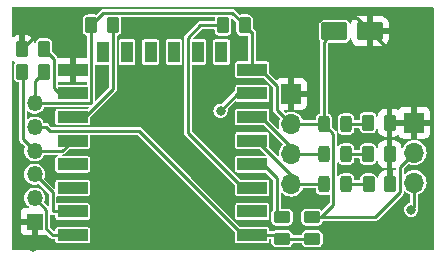
<source format=gbr>
%TF.GenerationSoftware,KiCad,Pcbnew,7.0.6-1.fc38*%
%TF.CreationDate,2023-08-14T18:07:14+02:00*%
%TF.ProjectId,ESP12F_INSPIRE_WIFI,45535031-3246-45f4-994e-53504952455f,rev?*%
%TF.SameCoordinates,Original*%
%TF.FileFunction,Copper,L1,Top*%
%TF.FilePolarity,Positive*%
%FSLAX46Y46*%
G04 Gerber Fmt 4.6, Leading zero omitted, Abs format (unit mm)*
G04 Created by KiCad (PCBNEW 7.0.6-1.fc38) date 2023-08-14 18:07:14*
%MOMM*%
%LPD*%
G01*
G04 APERTURE LIST*
G04 Aperture macros list*
%AMRoundRect*
0 Rectangle with rounded corners*
0 $1 Rounding radius*
0 $2 $3 $4 $5 $6 $7 $8 $9 X,Y pos of 4 corners*
0 Add a 4 corners polygon primitive as box body*
4,1,4,$2,$3,$4,$5,$6,$7,$8,$9,$2,$3,0*
0 Add four circle primitives for the rounded corners*
1,1,$1+$1,$2,$3*
1,1,$1+$1,$4,$5*
1,1,$1+$1,$6,$7*
1,1,$1+$1,$8,$9*
0 Add four rect primitives between the rounded corners*
20,1,$1+$1,$2,$3,$4,$5,0*
20,1,$1+$1,$4,$5,$6,$7,0*
20,1,$1+$1,$6,$7,$8,$9,0*
20,1,$1+$1,$8,$9,$2,$3,0*%
G04 Aperture macros list end*
%TA.AperFunction,SMDPad,CuDef*%
%ADD10RoundRect,0.243750X0.243750X0.456250X-0.243750X0.456250X-0.243750X-0.456250X0.243750X-0.456250X0*%
%TD*%
%TA.AperFunction,SMDPad,CuDef*%
%ADD11RoundRect,0.250000X-0.262500X-0.450000X0.262500X-0.450000X0.262500X0.450000X-0.262500X0.450000X0*%
%TD*%
%TA.AperFunction,SMDPad,CuDef*%
%ADD12RoundRect,0.250000X-0.450000X0.262500X-0.450000X-0.262500X0.450000X-0.262500X0.450000X0.262500X0*%
%TD*%
%TA.AperFunction,SMDPad,CuDef*%
%ADD13RoundRect,0.250000X0.262500X0.450000X-0.262500X0.450000X-0.262500X-0.450000X0.262500X-0.450000X0*%
%TD*%
%TA.AperFunction,SMDPad,CuDef*%
%ADD14RoundRect,0.250000X0.450000X-0.262500X0.450000X0.262500X-0.450000X0.262500X-0.450000X-0.262500X0*%
%TD*%
%TA.AperFunction,SMDPad,CuDef*%
%ADD15R,2.500000X1.000000*%
%TD*%
%TA.AperFunction,SMDPad,CuDef*%
%ADD16R,1.000000X1.800000*%
%TD*%
%TA.AperFunction,SMDPad,CuDef*%
%ADD17RoundRect,0.250000X-0.850000X-0.550000X0.850000X-0.550000X0.850000X0.550000X-0.850000X0.550000X0*%
%TD*%
%TA.AperFunction,ComponentPad*%
%ADD18R,1.700000X1.700000*%
%TD*%
%TA.AperFunction,ComponentPad*%
%ADD19O,1.700000X1.700000*%
%TD*%
%TA.AperFunction,ComponentPad*%
%ADD20R,1.350000X1.350000*%
%TD*%
%TA.AperFunction,ComponentPad*%
%ADD21O,1.350000X1.350000*%
%TD*%
%TA.AperFunction,ViaPad*%
%ADD22C,0.800000*%
%TD*%
%TA.AperFunction,Conductor*%
%ADD23C,0.250000*%
%TD*%
G04 APERTURE END LIST*
D10*
%TO.P,D1,1,K*%
%TO.N,Net-(D1-K)*%
X129874000Y-71882000D03*
%TO.P,D1,2,A*%
%TO.N,3V3*%
X127999000Y-71882000D03*
%TD*%
%TO.P,D2,1,K*%
%TO.N,Net-(D2-K)*%
X129874000Y-74422000D03*
%TO.P,D2,2,A*%
%TO.N,PWM1*%
X127999000Y-74422000D03*
%TD*%
D11*
%TO.P,R5,1*%
%TO.N,3V3*%
X108307500Y-63500000D03*
%TO.P,R5,2*%
%TO.N,Net-(U1-GPIO2)*%
X110132500Y-63500000D03*
%TD*%
D12*
%TO.P,R6,1*%
%TO.N,Net-(U1-GPIO16)*%
X124460000Y-79756000D03*
%TO.P,R6,2*%
%TO.N,RST*%
X124460000Y-81581000D03*
%TD*%
D13*
%TO.P,R7,1*%
%TO.N,GND*%
X133557000Y-71755000D03*
%TO.P,R7,2*%
%TO.N,Net-(D1-K)*%
X131732000Y-71755000D03*
%TD*%
D10*
%TO.P,D3,1,K*%
%TO.N,Net-(D3-K)*%
X129874000Y-76962000D03*
%TO.P,D3,2,A*%
%TO.N,PWM2*%
X127999000Y-76962000D03*
%TD*%
D11*
%TO.P,R2,1*%
%TO.N,GND*%
X102465500Y-65531000D03*
%TO.P,R2,2*%
%TO.N,Net-(U1-GPIO15)*%
X104290500Y-65531000D03*
%TD*%
D14*
%TO.P,R1,1*%
%TO.N,RST*%
X127000000Y-81581000D03*
%TO.P,R1,2*%
%TO.N,3V3*%
X127000000Y-79756000D03*
%TD*%
D15*
%TO.P,U1,1,~{RST}*%
%TO.N,RST*%
X121920000Y-81280000D03*
%TO.P,U1,2,ADC*%
%TO.N,unconnected-(U1-ADC-Pad2)*%
X121920000Y-79280000D03*
%TO.P,U1,3,EN*%
%TO.N,Net-(U1-EN)*%
X121920000Y-77280000D03*
%TO.P,U1,4,GPIO16*%
%TO.N,Net-(U1-GPIO16)*%
X121920000Y-75280000D03*
%TO.P,U1,5,GPIO14*%
%TO.N,PWM2*%
X121920000Y-73280000D03*
%TO.P,U1,6,GPIO12*%
%TO.N,PWM1*%
X121920000Y-71280000D03*
%TO.P,U1,7,GPIO13*%
%TO.N,SW_SIG*%
X121920000Y-69280000D03*
%TO.P,U1,8,VCC*%
%TO.N,3V3*%
X121920000Y-67280000D03*
D16*
%TO.P,U1,9,CS0*%
%TO.N,unconnected-(U1-CS0-Pad9)*%
X119320000Y-65780000D03*
%TO.P,U1,10,MISO*%
%TO.N,unconnected-(U1-MISO-Pad10)*%
X117320000Y-65780000D03*
%TO.P,U1,11,GPIO9*%
%TO.N,unconnected-(U1-GPIO9-Pad11)*%
X115320000Y-65780000D03*
%TO.P,U1,12,GPIO10*%
%TO.N,unconnected-(U1-GPIO10-Pad12)*%
X113320000Y-65780000D03*
%TO.P,U1,13,MOSI*%
%TO.N,unconnected-(U1-MOSI-Pad13)*%
X111320000Y-65780000D03*
%TO.P,U1,14,SCLK*%
%TO.N,unconnected-(U1-SCLK-Pad14)*%
X109320000Y-65780000D03*
D15*
%TO.P,U1,15,GND*%
%TO.N,GND*%
X106720000Y-67280000D03*
%TO.P,U1,16,GPIO15*%
%TO.N,Net-(U1-GPIO15)*%
X106720000Y-69280000D03*
%TO.P,U1,17,GPIO2*%
%TO.N,Net-(U1-GPIO2)*%
X106720000Y-71280000D03*
%TO.P,U1,18,GPIO0*%
%TO.N,PRG*%
X106720000Y-73280000D03*
%TO.P,U1,19,GPIO4*%
%TO.N,unconnected-(U1-GPIO4-Pad19)*%
X106720000Y-75280000D03*
%TO.P,U1,20,GPIO5*%
%TO.N,unconnected-(U1-GPIO5-Pad20)*%
X106720000Y-77280000D03*
%TO.P,U1,21,GPIO3/RXD*%
%TO.N,RXD*%
X106720000Y-79280000D03*
%TO.P,U1,22,GPIO1/TXD*%
%TO.N,TXD*%
X106720000Y-81280000D03*
%TD*%
D17*
%TO.P,C1,1*%
%TO.N,3V3*%
X128888000Y-64008000D03*
%TO.P,C1,2*%
%TO.N,GND*%
X131888000Y-64008000D03*
%TD*%
D13*
%TO.P,R4,1*%
%TO.N,3V3*%
X104290500Y-67436000D03*
%TO.P,R4,2*%
%TO.N,PRG*%
X102465500Y-67436000D03*
%TD*%
D18*
%TO.P,J3,1,Pin_1*%
%TO.N,GND*%
X135636000Y-71755000D03*
D19*
%TO.P,J3,2,Pin_2*%
%TO.N,3V3*%
X135636000Y-74295000D03*
%TO.P,J3,3,Pin_3*%
%TO.N,SW_SIG*%
X135636000Y-76835000D03*
%TD*%
D20*
%TO.P,J2,1,Pin_1*%
%TO.N,GND*%
X103505000Y-80136000D03*
D21*
%TO.P,J2,2,Pin_2*%
%TO.N,TXD*%
X103505000Y-78136000D03*
%TO.P,J2,3,Pin_3*%
%TO.N,RXD*%
X103505000Y-76136000D03*
%TO.P,J2,4,Pin_4*%
%TO.N,PRG*%
X103505000Y-74136000D03*
%TO.P,J2,5,Pin_5*%
%TO.N,RST*%
X103505000Y-72136000D03*
%TO.P,J2,6,Pin_6*%
%TO.N,3V3*%
X103505000Y-70136000D03*
%TD*%
D13*
%TO.P,R9,1*%
%TO.N,GND*%
X133604000Y-76962000D03*
%TO.P,R9,2*%
%TO.N,Net-(D3-K)*%
X131779000Y-76962000D03*
%TD*%
D11*
%TO.P,R3,1*%
%TO.N,Net-(U1-EN)*%
X119460000Y-63500000D03*
%TO.P,R3,2*%
%TO.N,3V3*%
X121285000Y-63500000D03*
%TD*%
D13*
%TO.P,R8,1*%
%TO.N,GND*%
X133557000Y-74422000D03*
%TO.P,R8,2*%
%TO.N,Net-(D2-K)*%
X131732000Y-74422000D03*
%TD*%
D18*
%TO.P,J1,1,Pin_1*%
%TO.N,GND*%
X125222000Y-69342000D03*
D19*
%TO.P,J1,2,Pin_2*%
%TO.N,3V3*%
X125222000Y-71882000D03*
%TO.P,J1,3,Pin_3*%
%TO.N,PWM1*%
X125222000Y-74422000D03*
%TO.P,J1,4,Pin_4*%
%TO.N,PWM2*%
X125222000Y-76962000D03*
%TD*%
D22*
%TO.N,GND*%
X114554000Y-63246000D03*
X103378000Y-82296000D03*
X106680000Y-64008000D03*
X123444000Y-64008000D03*
X112522000Y-81788000D03*
X109220000Y-68580000D03*
X119126000Y-69088000D03*
X112522000Y-68834000D03*
%TO.N,SW_SIG*%
X135382000Y-79121000D03*
X119253000Y-70739000D03*
%TD*%
D23*
%TO.N,3V3*%
X121285000Y-63500000D02*
X121920000Y-64135000D01*
X124047000Y-68657000D02*
X124047000Y-70707000D01*
X105276500Y-70136000D02*
X105307500Y-70105000D01*
X103222500Y-69853500D02*
X103505000Y-70136000D01*
X104290500Y-67436000D02*
X103505000Y-68221500D01*
X108295000Y-70105000D02*
X105307500Y-70105000D01*
X128811500Y-72694500D02*
X128811500Y-78706500D01*
X127999000Y-71882000D02*
X128811500Y-72694500D01*
X134441500Y-75489500D02*
X134441500Y-77650173D01*
X125222000Y-71882000D02*
X127999000Y-71882000D01*
X127984000Y-71867000D02*
X127999000Y-71882000D01*
X108307500Y-63500000D02*
X108307500Y-70092500D01*
X109332500Y-62475000D02*
X120260000Y-62475000D01*
X103505000Y-68221500D02*
X103505000Y-70136000D01*
X121920000Y-64135000D02*
X121920000Y-67280000D01*
X132335673Y-79756000D02*
X127000000Y-79756000D01*
X120260000Y-62475000D02*
X121285000Y-63500000D01*
X124047000Y-70707000D02*
X125222000Y-71882000D01*
X122670000Y-67280000D02*
X124047000Y-68657000D01*
X127999000Y-64897000D02*
X128888000Y-64008000D01*
X127762000Y-79756000D02*
X127000000Y-79756000D01*
X121920000Y-67280000D02*
X122670000Y-67280000D01*
X108307500Y-63500000D02*
X109332500Y-62475000D01*
X108307500Y-70092500D02*
X108295000Y-70105000D01*
X134441500Y-77650173D02*
X132335673Y-79756000D01*
X103505000Y-70136000D02*
X105276500Y-70136000D01*
X128811500Y-78706500D02*
X127762000Y-79756000D01*
X135636000Y-74295000D02*
X134441500Y-75489500D01*
X127999000Y-71882000D02*
X127999000Y-64897000D01*
%TO.N,GND*%
X103505000Y-80136000D02*
X103505000Y-82169000D01*
X133604000Y-76962000D02*
X133604000Y-74469000D01*
X103505000Y-82169000D02*
X103378000Y-82296000D01*
X133604000Y-74469000D02*
X133557000Y-74422000D01*
X130763000Y-62883000D02*
X127799827Y-62883000D01*
X106720000Y-64048000D02*
X106680000Y-64008000D01*
X131888000Y-64008000D02*
X133557000Y-65677000D01*
X127799827Y-62883000D02*
X125222000Y-65460827D01*
X102465500Y-65531000D02*
X103988500Y-64008000D01*
X131888000Y-64008000D02*
X130763000Y-62883000D01*
X106720000Y-67280000D02*
X106720000Y-64048000D01*
X135636000Y-71755000D02*
X133557000Y-71755000D01*
X125222000Y-69342000D02*
X125222000Y-65786000D01*
X103988500Y-64008000D02*
X106680000Y-64008000D01*
X133557000Y-71755000D02*
X133557000Y-74422000D01*
X133557000Y-65677000D02*
X133557000Y-71755000D01*
X133841000Y-71471000D02*
X133557000Y-71755000D01*
X125222000Y-65786000D02*
X123444000Y-64008000D01*
X125222000Y-65460827D02*
X125222000Y-65786000D01*
%TO.N,Net-(D1-K)*%
X131605000Y-71882000D02*
X131732000Y-71755000D01*
X129874000Y-71882000D02*
X131605000Y-71882000D01*
%TO.N,Net-(D2-K)*%
X129874000Y-74422000D02*
X131732000Y-74422000D01*
%TO.N,PWM1*%
X127984000Y-74407000D02*
X127999000Y-74422000D01*
X122670000Y-71280000D02*
X125222000Y-73832000D01*
X125222000Y-74422000D02*
X127999000Y-74422000D01*
X125222000Y-73832000D02*
X125222000Y-74422000D01*
X121920000Y-71280000D02*
X122670000Y-71280000D01*
%TO.N,Net-(D3-K)*%
X129874000Y-76962000D02*
X131779000Y-76962000D01*
%TO.N,PWM2*%
X125222000Y-76182000D02*
X125222000Y-76962000D01*
X127984000Y-76947000D02*
X127999000Y-76962000D01*
X122320000Y-73280000D02*
X125222000Y-76182000D01*
X125222000Y-76962000D02*
X127999000Y-76962000D01*
X121920000Y-73280000D02*
X122320000Y-73280000D01*
%TO.N,TXD*%
X104505000Y-79136000D02*
X104505000Y-80755000D01*
X103505000Y-78136000D02*
X104505000Y-79136000D01*
X104505000Y-80755000D02*
X105030000Y-81280000D01*
X105030000Y-81280000D02*
X106720000Y-81280000D01*
%TO.N,RXD*%
X103505000Y-76136000D02*
X105030000Y-77661000D01*
X106720000Y-79280000D02*
X105030000Y-79280000D01*
X105030000Y-77661000D02*
X105030000Y-79280000D01*
%TO.N,PRG*%
X105980000Y-73280000D02*
X106720000Y-73280000D01*
X105864000Y-74136000D02*
X106720000Y-73280000D01*
X103505000Y-74136000D02*
X105864000Y-74136000D01*
X103505000Y-74136000D02*
X102505000Y-73136000D01*
X102505000Y-67475500D02*
X102465500Y-67436000D01*
X102505000Y-73136000D02*
X102505000Y-67475500D01*
%TO.N,RST*%
X124159000Y-81280000D02*
X124460000Y-81581000D01*
X103505000Y-72136000D02*
X104486000Y-72136000D01*
X124460000Y-81581000D02*
X127000000Y-81581000D01*
X121920000Y-81280000D02*
X121170000Y-81280000D01*
X112345000Y-72455000D02*
X104805000Y-72455000D01*
X121170000Y-81280000D02*
X112345000Y-72455000D01*
X121920000Y-81280000D02*
X124159000Y-81280000D01*
X104486000Y-72136000D02*
X104805000Y-72455000D01*
%TO.N,Net-(U1-GPIO15)*%
X105145000Y-66385500D02*
X105145000Y-68823000D01*
X105602000Y-69280000D02*
X106720000Y-69280000D01*
X105145000Y-68823000D02*
X105602000Y-69280000D01*
X104290500Y-65531000D02*
X105145000Y-66385500D01*
%TO.N,Net-(U1-EN)*%
X121170000Y-77280000D02*
X116495000Y-72605000D01*
X117550000Y-63500000D02*
X119460000Y-63500000D01*
X116495000Y-64555000D02*
X117550000Y-63500000D01*
X121920000Y-77280000D02*
X121170000Y-77280000D01*
X116495000Y-72605000D02*
X116495000Y-64555000D01*
%TO.N,Net-(U1-GPIO2)*%
X110132500Y-64492500D02*
X110145000Y-64505000D01*
X110145000Y-68925000D02*
X107790000Y-71280000D01*
X110145000Y-64505000D02*
X110145000Y-68925000D01*
X107790000Y-71280000D02*
X106720000Y-71280000D01*
X110132500Y-63500000D02*
X110132500Y-64492500D01*
%TO.N,Net-(U1-GPIO16)*%
X124047000Y-76475299D02*
X124047000Y-79343000D01*
X121920000Y-75280000D02*
X122851701Y-75280000D01*
X122851701Y-75280000D02*
X124047000Y-76475299D01*
X124047000Y-79343000D02*
X124460000Y-79756000D01*
%TO.N,SW_SIG*%
X135382000Y-79121000D02*
X135509000Y-78994000D01*
X120712000Y-69280000D02*
X119253000Y-70739000D01*
X135636000Y-78867000D02*
X135382000Y-79121000D01*
X135636000Y-76835000D02*
X135636000Y-78867000D01*
X121920000Y-69280000D02*
X120712000Y-69280000D01*
%TD*%
%TA.AperFunction,Conductor*%
%TO.N,GND*%
G36*
X137269219Y-61993781D02*
G01*
X137286500Y-62035500D01*
X137286500Y-82491000D01*
X137269219Y-82532719D01*
X137227500Y-82550000D01*
X101659500Y-82550000D01*
X101617781Y-82532719D01*
X101600500Y-82491000D01*
X101600500Y-80858835D01*
X102330000Y-80858835D01*
X102336402Y-80918375D01*
X102336403Y-80918381D01*
X102386647Y-81053090D01*
X102472811Y-81168188D01*
X102587909Y-81254352D01*
X102722618Y-81304596D01*
X102722624Y-81304597D01*
X102782164Y-81310999D01*
X102782178Y-81311000D01*
X103255000Y-81311000D01*
X103255000Y-80451686D01*
X103266955Y-80463641D01*
X103379852Y-80521165D01*
X103473519Y-80536000D01*
X103536481Y-80536000D01*
X103630148Y-80521165D01*
X103743045Y-80463641D01*
X103755000Y-80451685D01*
X103755000Y-81311000D01*
X104227822Y-81311000D01*
X104227835Y-81310999D01*
X104287375Y-81304597D01*
X104287381Y-81304596D01*
X104422087Y-81254353D01*
X104450895Y-81232787D01*
X104494649Y-81221618D01*
X104527973Y-81238299D01*
X104788881Y-81499207D01*
X104790610Y-81501095D01*
X104817543Y-81533193D01*
X104817544Y-81533194D01*
X104832892Y-81542054D01*
X104853837Y-81554147D01*
X104855997Y-81555523D01*
X104890316Y-81579554D01*
X104895307Y-81580891D01*
X104896855Y-81581306D01*
X104911090Y-81587202D01*
X104916952Y-81590587D01*
X104916953Y-81590587D01*
X104916955Y-81590588D01*
X104938055Y-81594308D01*
X104958208Y-81597862D01*
X104960722Y-81598419D01*
X104970493Y-81601036D01*
X105001193Y-81609263D01*
X105039511Y-81605910D01*
X105042928Y-81605612D01*
X105045500Y-81605500D01*
X105210500Y-81605500D01*
X105252219Y-81622781D01*
X105269500Y-81664500D01*
X105269500Y-81799751D01*
X105281131Y-81858227D01*
X105281133Y-81858232D01*
X105325447Y-81924551D01*
X105325448Y-81924552D01*
X105391767Y-81968866D01*
X105391768Y-81968866D01*
X105391769Y-81968867D01*
X105391772Y-81968868D01*
X105430581Y-81976587D01*
X105450248Y-81980499D01*
X105450249Y-81980500D01*
X105450252Y-81980500D01*
X107989751Y-81980500D01*
X107989751Y-81980499D01*
X108028560Y-81972779D01*
X108048227Y-81968868D01*
X108048228Y-81968867D01*
X108048231Y-81968867D01*
X108114552Y-81924552D01*
X108158867Y-81858231D01*
X108170500Y-81799748D01*
X108170500Y-80760252D01*
X108170500Y-80760251D01*
X108170500Y-80760249D01*
X108170499Y-80760248D01*
X108158868Y-80701772D01*
X108158866Y-80701767D01*
X108114552Y-80635448D01*
X108114551Y-80635447D01*
X108048232Y-80591133D01*
X108048227Y-80591131D01*
X107989751Y-80579500D01*
X107989748Y-80579500D01*
X105450252Y-80579500D01*
X105450249Y-80579500D01*
X105391772Y-80591131D01*
X105391767Y-80591133D01*
X105325448Y-80635447D01*
X105325447Y-80635448D01*
X105281133Y-80701767D01*
X105281131Y-80701772D01*
X105269500Y-80760248D01*
X105269500Y-80895500D01*
X105252219Y-80937219D01*
X105210500Y-80954500D01*
X105189264Y-80954500D01*
X105147545Y-80937219D01*
X104847781Y-80637455D01*
X104830500Y-80595736D01*
X104830500Y-79642864D01*
X104847781Y-79601145D01*
X104889500Y-79583864D01*
X104911739Y-79589824D01*
X104912104Y-79588823D01*
X104916954Y-79590588D01*
X104924590Y-79591934D01*
X104940347Y-79594712D01*
X104950275Y-79597371D01*
X104972606Y-79605500D01*
X105001525Y-79605500D01*
X105210500Y-79605500D01*
X105252219Y-79622781D01*
X105269500Y-79664500D01*
X105269500Y-79799751D01*
X105281131Y-79858227D01*
X105281133Y-79858232D01*
X105325447Y-79924551D01*
X105325448Y-79924552D01*
X105391767Y-79968866D01*
X105391768Y-79968866D01*
X105391769Y-79968867D01*
X105391772Y-79968868D01*
X105423577Y-79975194D01*
X105450248Y-79980499D01*
X105450249Y-79980500D01*
X105450252Y-79980500D01*
X107989751Y-79980500D01*
X107989751Y-79980499D01*
X108028560Y-79972779D01*
X108048227Y-79968868D01*
X108048228Y-79968867D01*
X108048231Y-79968867D01*
X108114552Y-79924552D01*
X108158867Y-79858231D01*
X108170500Y-79799748D01*
X108170500Y-78760252D01*
X108170500Y-78760249D01*
X108170499Y-78760248D01*
X108158868Y-78701772D01*
X108158866Y-78701767D01*
X108114552Y-78635448D01*
X108114551Y-78635447D01*
X108048232Y-78591133D01*
X108048227Y-78591131D01*
X107989751Y-78579500D01*
X107989748Y-78579500D01*
X105450252Y-78579500D01*
X105426008Y-78584322D01*
X105381719Y-78575511D01*
X105356632Y-78537964D01*
X105355500Y-78526465D01*
X105355500Y-78033541D01*
X105372780Y-77991825D01*
X105414499Y-77974544D01*
X105426010Y-77975678D01*
X105450250Y-77980500D01*
X105450252Y-77980500D01*
X107989751Y-77980500D01*
X107989751Y-77980499D01*
X108028560Y-77972779D01*
X108048227Y-77968868D01*
X108048228Y-77968867D01*
X108048231Y-77968867D01*
X108114552Y-77924552D01*
X108158867Y-77858231D01*
X108170500Y-77799748D01*
X108170500Y-76760252D01*
X108170500Y-76760251D01*
X108170500Y-76760249D01*
X108170499Y-76760248D01*
X108158868Y-76701772D01*
X108158866Y-76701767D01*
X108114552Y-76635448D01*
X108114551Y-76635447D01*
X108048232Y-76591133D01*
X108048227Y-76591131D01*
X107989751Y-76579500D01*
X107989748Y-76579500D01*
X105450252Y-76579500D01*
X105450249Y-76579500D01*
X105391772Y-76591131D01*
X105391767Y-76591133D01*
X105325448Y-76635447D01*
X105325447Y-76635448D01*
X105281133Y-76701767D01*
X105281131Y-76701772D01*
X105269500Y-76760248D01*
X105269500Y-77297735D01*
X105252219Y-77339454D01*
X105210500Y-77356735D01*
X105168781Y-77339454D01*
X104338254Y-76508928D01*
X104320973Y-76467209D01*
X104323859Y-76448982D01*
X104366085Y-76319029D01*
X104385322Y-76136000D01*
X104366542Y-75957315D01*
X104366085Y-75952969D01*
X104309217Y-75777948D01*
X104309215Y-75777944D01*
X104309214Y-75777941D01*
X104217195Y-75618560D01*
X104094050Y-75481793D01*
X104094048Y-75481792D01*
X104094046Y-75481789D01*
X104094044Y-75481788D01*
X103945163Y-75373620D01*
X103945152Y-75373614D01*
X103777038Y-75298765D01*
X103777037Y-75298764D01*
X103597019Y-75260500D01*
X103412981Y-75260500D01*
X103232962Y-75298764D01*
X103232961Y-75298765D01*
X103064847Y-75373614D01*
X103064836Y-75373620D01*
X102915955Y-75481788D01*
X102915953Y-75481789D01*
X102792804Y-75618560D01*
X102792804Y-75618561D01*
X102700787Y-75777939D01*
X102700782Y-75777948D01*
X102643914Y-75952969D01*
X102624678Y-76135999D01*
X102643914Y-76319030D01*
X102700782Y-76494051D01*
X102700785Y-76494057D01*
X102700786Y-76494059D01*
X102781906Y-76634562D01*
X102792804Y-76653438D01*
X102792804Y-76653439D01*
X102915953Y-76790210D01*
X102915955Y-76790211D01*
X102977602Y-76835000D01*
X103064839Y-76898381D01*
X103064842Y-76898382D01*
X103064847Y-76898385D01*
X103232961Y-76973234D01*
X103232962Y-76973235D01*
X103232965Y-76973235D01*
X103232966Y-76973236D01*
X103412981Y-77011500D01*
X103597019Y-77011500D01*
X103777034Y-76973236D01*
X103812557Y-76957419D01*
X103857698Y-76956238D01*
X103878274Y-76969600D01*
X104687219Y-77778545D01*
X104704500Y-77820264D01*
X104704500Y-78732736D01*
X104687219Y-78774455D01*
X104645500Y-78791736D01*
X104603781Y-78774455D01*
X104338254Y-78508928D01*
X104320973Y-78467209D01*
X104323859Y-78448982D01*
X104366085Y-78319029D01*
X104385322Y-78136000D01*
X104366085Y-77952971D01*
X104366085Y-77952969D01*
X104309217Y-77777948D01*
X104309215Y-77777944D01*
X104309214Y-77777941D01*
X104217195Y-77618560D01*
X104094050Y-77481793D01*
X104094048Y-77481792D01*
X104094046Y-77481789D01*
X104094044Y-77481788D01*
X103945163Y-77373620D01*
X103945152Y-77373614D01*
X103777038Y-77298765D01*
X103777037Y-77298764D01*
X103597019Y-77260500D01*
X103412981Y-77260500D01*
X103232962Y-77298764D01*
X103232961Y-77298765D01*
X103064847Y-77373614D01*
X103064836Y-77373620D01*
X102915955Y-77481788D01*
X102915953Y-77481789D01*
X102792804Y-77618560D01*
X102792804Y-77618561D01*
X102700787Y-77777939D01*
X102700782Y-77777948D01*
X102643914Y-77952969D01*
X102624678Y-78136000D01*
X102643914Y-78319030D01*
X102700782Y-78494051D01*
X102700785Y-78494057D01*
X102700786Y-78494059D01*
X102792805Y-78653440D01*
X102902947Y-78775766D01*
X102915953Y-78790210D01*
X102915955Y-78790211D01*
X103004122Y-78854268D01*
X103027717Y-78892770D01*
X103017175Y-78936679D01*
X102978673Y-78960274D01*
X102969443Y-78961000D01*
X102782164Y-78961000D01*
X102722624Y-78967402D01*
X102722618Y-78967403D01*
X102587909Y-79017647D01*
X102472811Y-79103811D01*
X102386647Y-79218909D01*
X102336403Y-79353618D01*
X102336402Y-79353624D01*
X102330000Y-79413164D01*
X102330000Y-79886000D01*
X103189314Y-79886000D01*
X103177359Y-79897955D01*
X103119835Y-80010852D01*
X103100014Y-80136000D01*
X103119835Y-80261148D01*
X103177359Y-80374045D01*
X103189314Y-80386000D01*
X102330000Y-80386000D01*
X102330000Y-80858835D01*
X101600500Y-80858835D01*
X101600500Y-66581598D01*
X101617781Y-66539879D01*
X101659500Y-66522598D01*
X101701219Y-66539879D01*
X101701220Y-66539879D01*
X101734658Y-66573318D01*
X101734659Y-66573319D01*
X101826458Y-66629941D01*
X101852895Y-66666550D01*
X101845701Y-66711130D01*
X101842957Y-66715192D01*
X101800206Y-66773118D01*
X101800205Y-66773121D01*
X101755353Y-66901299D01*
X101752500Y-66931732D01*
X101752500Y-67940267D01*
X101755353Y-67970700D01*
X101800205Y-68098878D01*
X101800209Y-68098885D01*
X101880849Y-68208150D01*
X101978204Y-68280000D01*
X101990118Y-68288793D01*
X101990121Y-68288794D01*
X102118299Y-68333646D01*
X102126009Y-68334369D01*
X102165932Y-68355469D01*
X102179500Y-68393111D01*
X102179500Y-73120502D01*
X102179388Y-73123057D01*
X102176105Y-73160584D01*
X102175736Y-73164806D01*
X102175736Y-73164807D01*
X102186579Y-73205279D01*
X102187136Y-73207790D01*
X102194411Y-73249040D01*
X102194413Y-73249047D01*
X102197797Y-73254908D01*
X102203690Y-73269133D01*
X102205445Y-73275683D01*
X102205446Y-73275685D01*
X102229472Y-73309997D01*
X102230855Y-73312169D01*
X102235243Y-73319768D01*
X102251806Y-73348455D01*
X102273212Y-73366417D01*
X102283910Y-73375394D01*
X102285796Y-73377122D01*
X102479782Y-73571108D01*
X102671744Y-73763070D01*
X102689025Y-73804789D01*
X102686137Y-73823021D01*
X102643914Y-73952969D01*
X102624678Y-74136000D01*
X102643914Y-74319030D01*
X102700782Y-74494051D01*
X102700785Y-74494057D01*
X102700786Y-74494059D01*
X102792805Y-74653440D01*
X102898888Y-74771258D01*
X102915953Y-74790210D01*
X102915955Y-74790211D01*
X103041535Y-74881450D01*
X103064839Y-74898381D01*
X103064842Y-74898382D01*
X103064847Y-74898385D01*
X103232961Y-74973234D01*
X103232962Y-74973235D01*
X103232965Y-74973235D01*
X103232966Y-74973236D01*
X103412981Y-75011500D01*
X103597019Y-75011500D01*
X103777034Y-74973236D01*
X103777035Y-74973235D01*
X103777037Y-74973235D01*
X103777038Y-74973234D01*
X103792615Y-74966299D01*
X103945161Y-74898381D01*
X104094050Y-74790207D01*
X104217195Y-74653440D01*
X104289238Y-74528659D01*
X104310761Y-74491381D01*
X104312466Y-74492365D01*
X104340927Y-74465402D01*
X104362026Y-74461500D01*
X105447354Y-74461500D01*
X105489073Y-74478781D01*
X105506354Y-74520500D01*
X105489073Y-74562219D01*
X105453134Y-74579216D01*
X105450248Y-74579500D01*
X105391772Y-74591131D01*
X105391767Y-74591133D01*
X105325448Y-74635447D01*
X105325447Y-74635448D01*
X105281133Y-74701767D01*
X105281131Y-74701772D01*
X105269500Y-74760248D01*
X105269500Y-75799751D01*
X105281131Y-75858227D01*
X105281133Y-75858232D01*
X105325447Y-75924551D01*
X105325448Y-75924552D01*
X105391767Y-75968866D01*
X105391768Y-75968866D01*
X105391769Y-75968867D01*
X105391772Y-75968868D01*
X105430581Y-75976587D01*
X105450248Y-75980499D01*
X105450249Y-75980500D01*
X105450252Y-75980500D01*
X107989751Y-75980500D01*
X107989751Y-75980499D01*
X108028560Y-75972779D01*
X108048227Y-75968868D01*
X108048228Y-75968867D01*
X108048231Y-75968867D01*
X108114552Y-75924552D01*
X108158867Y-75858231D01*
X108170500Y-75799748D01*
X108170500Y-74760252D01*
X108170500Y-74760251D01*
X108170500Y-74760249D01*
X108170499Y-74760248D01*
X108158868Y-74701772D01*
X108158866Y-74701767D01*
X108114552Y-74635448D01*
X108114551Y-74635447D01*
X108048232Y-74591133D01*
X108048227Y-74591131D01*
X107989751Y-74579500D01*
X107989748Y-74579500D01*
X105914622Y-74579500D01*
X105872903Y-74562219D01*
X105855622Y-74520500D01*
X105872903Y-74478781D01*
X105899347Y-74463511D01*
X105933293Y-74454415D01*
X105935776Y-74453864D01*
X105977045Y-74446588D01*
X105982911Y-74443200D01*
X105997144Y-74437306D01*
X105997559Y-74437194D01*
X106003684Y-74435554D01*
X106023041Y-74422000D01*
X106038000Y-74411526D01*
X106040171Y-74410142D01*
X106076455Y-74389194D01*
X106092768Y-74369752D01*
X106103390Y-74357094D01*
X106105118Y-74355206D01*
X106462544Y-73997781D01*
X106504264Y-73980500D01*
X107989751Y-73980500D01*
X107989751Y-73980499D01*
X108028560Y-73972779D01*
X108048227Y-73968868D01*
X108048228Y-73968867D01*
X108048231Y-73968867D01*
X108114552Y-73924552D01*
X108158867Y-73858231D01*
X108170499Y-73799751D01*
X108170500Y-73799751D01*
X108170500Y-72839500D01*
X108187781Y-72797781D01*
X108229500Y-72780500D01*
X112185736Y-72780500D01*
X112227455Y-72797781D01*
X120452219Y-81022545D01*
X120469500Y-81064263D01*
X120469500Y-81799751D01*
X120481131Y-81858227D01*
X120481133Y-81858232D01*
X120525447Y-81924551D01*
X120525448Y-81924552D01*
X120591767Y-81968866D01*
X120591768Y-81968866D01*
X120591769Y-81968867D01*
X120591772Y-81968868D01*
X120630581Y-81976587D01*
X120650248Y-81980499D01*
X120650249Y-81980500D01*
X120650252Y-81980500D01*
X123189751Y-81980500D01*
X123189751Y-81980499D01*
X123228560Y-81972779D01*
X123248227Y-81968868D01*
X123248228Y-81968867D01*
X123248231Y-81968867D01*
X123314552Y-81924552D01*
X123358867Y-81858231D01*
X123370499Y-81799751D01*
X123370500Y-81799751D01*
X123370500Y-81664500D01*
X123387781Y-81622781D01*
X123429500Y-81605500D01*
X123500500Y-81605500D01*
X123542219Y-81622781D01*
X123559500Y-81664500D01*
X123559499Y-81897767D01*
X123562353Y-81928200D01*
X123607205Y-82056378D01*
X123607209Y-82056385D01*
X123687849Y-82165650D01*
X123790456Y-82241376D01*
X123797118Y-82246293D01*
X123797121Y-82246294D01*
X123925299Y-82291146D01*
X123955732Y-82294000D01*
X123955734Y-82294000D01*
X124964268Y-82294000D01*
X124994700Y-82291146D01*
X125054536Y-82270208D01*
X125122882Y-82246293D01*
X125232150Y-82165650D01*
X125312793Y-82056382D01*
X125326649Y-82016781D01*
X125351413Y-81946014D01*
X125381503Y-81912343D01*
X125407102Y-81906500D01*
X126052898Y-81906500D01*
X126094617Y-81923781D01*
X126108587Y-81946014D01*
X126147205Y-82056378D01*
X126147209Y-82056385D01*
X126227849Y-82165650D01*
X126330456Y-82241376D01*
X126337118Y-82246293D01*
X126337121Y-82246294D01*
X126465299Y-82291146D01*
X126495732Y-82294000D01*
X126495734Y-82294000D01*
X127504268Y-82294000D01*
X127534700Y-82291146D01*
X127594536Y-82270208D01*
X127662882Y-82246293D01*
X127772150Y-82165650D01*
X127852793Y-82056382D01*
X127883416Y-81968866D01*
X127897646Y-81928200D01*
X127900500Y-81897767D01*
X127900500Y-81264232D01*
X127897646Y-81233799D01*
X127852794Y-81105621D01*
X127852793Y-81105618D01*
X127791482Y-81022544D01*
X127772150Y-80996349D01*
X127662885Y-80915709D01*
X127662883Y-80915708D01*
X127662882Y-80915707D01*
X127662880Y-80915706D01*
X127662878Y-80915705D01*
X127534700Y-80870853D01*
X127504268Y-80868000D01*
X127504266Y-80868000D01*
X126495734Y-80868000D01*
X126495732Y-80868000D01*
X126465299Y-80870853D01*
X126337121Y-80915705D01*
X126337114Y-80915709D01*
X126227849Y-80996349D01*
X126147209Y-81105614D01*
X126147205Y-81105621D01*
X126108587Y-81215986D01*
X126078497Y-81249657D01*
X126052898Y-81255500D01*
X125407102Y-81255500D01*
X125365383Y-81238219D01*
X125351413Y-81215986D01*
X125312794Y-81105621D01*
X125312793Y-81105618D01*
X125251482Y-81022544D01*
X125232150Y-80996349D01*
X125122885Y-80915709D01*
X125122883Y-80915708D01*
X125122882Y-80915707D01*
X125122880Y-80915706D01*
X125122878Y-80915705D01*
X124994700Y-80870853D01*
X124964268Y-80868000D01*
X124964266Y-80868000D01*
X123955734Y-80868000D01*
X123955732Y-80868000D01*
X123925299Y-80870853D01*
X123797121Y-80915705D01*
X123797117Y-80915707D01*
X123777678Y-80930054D01*
X123760175Y-80942971D01*
X123725141Y-80954500D01*
X123429500Y-80954500D01*
X123387781Y-80937219D01*
X123370500Y-80895500D01*
X123370500Y-80760249D01*
X123370499Y-80760248D01*
X123358868Y-80701772D01*
X123358866Y-80701767D01*
X123314552Y-80635448D01*
X123314551Y-80635447D01*
X123248232Y-80591133D01*
X123248227Y-80591131D01*
X123189751Y-80579500D01*
X123189748Y-80579500D01*
X120954264Y-80579500D01*
X120912545Y-80562219D01*
X120150077Y-79799751D01*
X120469500Y-79799751D01*
X120481131Y-79858227D01*
X120481133Y-79858232D01*
X120525447Y-79924551D01*
X120525448Y-79924552D01*
X120591767Y-79968866D01*
X120591768Y-79968866D01*
X120591769Y-79968867D01*
X120591772Y-79968868D01*
X120623577Y-79975194D01*
X120650248Y-79980499D01*
X120650249Y-79980500D01*
X120650252Y-79980500D01*
X123189751Y-79980500D01*
X123189751Y-79980499D01*
X123228560Y-79972779D01*
X123248227Y-79968868D01*
X123248228Y-79968867D01*
X123248231Y-79968867D01*
X123314552Y-79924552D01*
X123358867Y-79858231D01*
X123370500Y-79799748D01*
X123370500Y-78760252D01*
X123370500Y-78760251D01*
X123370500Y-78760249D01*
X123370499Y-78760248D01*
X123358868Y-78701772D01*
X123358866Y-78701767D01*
X123314552Y-78635448D01*
X123314551Y-78635447D01*
X123248232Y-78591133D01*
X123248227Y-78591131D01*
X123189751Y-78579500D01*
X123189748Y-78579500D01*
X120650252Y-78579500D01*
X120650249Y-78579500D01*
X120591772Y-78591131D01*
X120591767Y-78591133D01*
X120525448Y-78635447D01*
X120525447Y-78635448D01*
X120481133Y-78701767D01*
X120481131Y-78701772D01*
X120469500Y-78760248D01*
X120469500Y-79799751D01*
X120150077Y-79799751D01*
X116761911Y-76411585D01*
X112586115Y-72235789D01*
X112584387Y-72233903D01*
X112572010Y-72219153D01*
X112557455Y-72201806D01*
X112557454Y-72201805D01*
X112521169Y-72180855D01*
X112518997Y-72179472D01*
X112484685Y-72155446D01*
X112484683Y-72155445D01*
X112478133Y-72153690D01*
X112463908Y-72147797D01*
X112458047Y-72144413D01*
X112458046Y-72144412D01*
X112458045Y-72144412D01*
X112458041Y-72144411D01*
X112458040Y-72144411D01*
X112416790Y-72137136D01*
X112414279Y-72136579D01*
X112373810Y-72125736D01*
X112373806Y-72125736D01*
X112369972Y-72126071D01*
X112332056Y-72129388D01*
X112329503Y-72129500D01*
X104964264Y-72129500D01*
X104922545Y-72112219D01*
X104895562Y-72085236D01*
X104727115Y-71916789D01*
X104725387Y-71914903D01*
X104698454Y-71882805D01*
X104662169Y-71861855D01*
X104659997Y-71860472D01*
X104625685Y-71836446D01*
X104625683Y-71836445D01*
X104619133Y-71834690D01*
X104604908Y-71828797D01*
X104599047Y-71825413D01*
X104599046Y-71825412D01*
X104599045Y-71825412D01*
X104599041Y-71825411D01*
X104599040Y-71825411D01*
X104557790Y-71818136D01*
X104555279Y-71817579D01*
X104514810Y-71806736D01*
X104514806Y-71806736D01*
X104510972Y-71807071D01*
X104473056Y-71810388D01*
X104470503Y-71810500D01*
X104362026Y-71810500D01*
X104320307Y-71793219D01*
X104311389Y-71780256D01*
X104310761Y-71780619D01*
X104250396Y-71676066D01*
X104217195Y-71618560D01*
X104094050Y-71481793D01*
X104094048Y-71481792D01*
X104094046Y-71481789D01*
X104094044Y-71481788D01*
X103945163Y-71373620D01*
X103945152Y-71373614D01*
X103777038Y-71298765D01*
X103777037Y-71298764D01*
X103597019Y-71260500D01*
X103412981Y-71260500D01*
X103232962Y-71298764D01*
X103232961Y-71298765D01*
X103064847Y-71373614D01*
X103064836Y-71373620D01*
X102924179Y-71475813D01*
X102880270Y-71486355D01*
X102841768Y-71462760D01*
X102830500Y-71428081D01*
X102830500Y-70843918D01*
X102847781Y-70802199D01*
X102889500Y-70784918D01*
X102924179Y-70796186D01*
X103008370Y-70857354D01*
X103064839Y-70898381D01*
X103064842Y-70898382D01*
X103064847Y-70898385D01*
X103232961Y-70973234D01*
X103232962Y-70973235D01*
X103232965Y-70973235D01*
X103232966Y-70973236D01*
X103412981Y-71011500D01*
X103597019Y-71011500D01*
X103777034Y-70973236D01*
X103777035Y-70973235D01*
X103777037Y-70973235D01*
X103777038Y-70973234D01*
X103790077Y-70967429D01*
X103945161Y-70898381D01*
X104094050Y-70790207D01*
X104217195Y-70653440D01*
X104287760Y-70531219D01*
X104310761Y-70491381D01*
X104312466Y-70492365D01*
X104340927Y-70465402D01*
X104362026Y-70461500D01*
X105261003Y-70461500D01*
X105263556Y-70461611D01*
X105305307Y-70465264D01*
X105345793Y-70454415D01*
X105348276Y-70453864D01*
X105389545Y-70446588D01*
X105395411Y-70443200D01*
X105409644Y-70437306D01*
X105421174Y-70434218D01*
X105421295Y-70434669D01*
X105440103Y-70430500D01*
X108036735Y-70430500D01*
X108078454Y-70447781D01*
X108095735Y-70489500D01*
X108078453Y-70531219D01*
X108061862Y-70547811D01*
X108045765Y-70563908D01*
X108004045Y-70581188D01*
X107992534Y-70580054D01*
X107989749Y-70579500D01*
X107989748Y-70579500D01*
X105450252Y-70579500D01*
X105450249Y-70579500D01*
X105391772Y-70591131D01*
X105391767Y-70591133D01*
X105325448Y-70635447D01*
X105325447Y-70635448D01*
X105281133Y-70701767D01*
X105281131Y-70701772D01*
X105269500Y-70760248D01*
X105269500Y-71799751D01*
X105281131Y-71858227D01*
X105281133Y-71858232D01*
X105325447Y-71924551D01*
X105325448Y-71924552D01*
X105391767Y-71968866D01*
X105391768Y-71968866D01*
X105391769Y-71968867D01*
X105391772Y-71968868D01*
X105430581Y-71976587D01*
X105450248Y-71980499D01*
X105450249Y-71980500D01*
X105450252Y-71980500D01*
X107989751Y-71980500D01*
X107989751Y-71980499D01*
X108028560Y-71972779D01*
X108048227Y-71968868D01*
X108048228Y-71968867D01*
X108048231Y-71968867D01*
X108114552Y-71924552D01*
X108158867Y-71858231D01*
X108170500Y-71799748D01*
X108170500Y-71384263D01*
X108187781Y-71342544D01*
X108728126Y-70802199D01*
X110364219Y-69166105D01*
X110366079Y-69164401D01*
X110398194Y-69137455D01*
X110419143Y-69101169D01*
X110420526Y-69099000D01*
X110444553Y-69064685D01*
X110444552Y-69064685D01*
X110444554Y-69064684D01*
X110446305Y-69058144D01*
X110452200Y-69043911D01*
X110455588Y-69038045D01*
X110462864Y-68996776D01*
X110463415Y-68994293D01*
X110474264Y-68953807D01*
X110470611Y-68912057D01*
X110470500Y-68909502D01*
X110470500Y-66699751D01*
X110619500Y-66699751D01*
X110631131Y-66758227D01*
X110631133Y-66758232D01*
X110675447Y-66824551D01*
X110675448Y-66824552D01*
X110741767Y-66868866D01*
X110741768Y-66868866D01*
X110741769Y-66868867D01*
X110741772Y-66868868D01*
X110780581Y-66876587D01*
X110800248Y-66880499D01*
X110800249Y-66880500D01*
X110800252Y-66880500D01*
X111839751Y-66880500D01*
X111839751Y-66880499D01*
X111878560Y-66872779D01*
X111898227Y-66868868D01*
X111898228Y-66868867D01*
X111898231Y-66868867D01*
X111964552Y-66824552D01*
X112008867Y-66758231D01*
X112020499Y-66699751D01*
X112020500Y-66699751D01*
X112619500Y-66699751D01*
X112631131Y-66758227D01*
X112631133Y-66758232D01*
X112675447Y-66824551D01*
X112675448Y-66824552D01*
X112741767Y-66868866D01*
X112741768Y-66868866D01*
X112741769Y-66868867D01*
X112741772Y-66868868D01*
X112780581Y-66876587D01*
X112800248Y-66880499D01*
X112800249Y-66880500D01*
X112800252Y-66880500D01*
X113839751Y-66880500D01*
X113839751Y-66880499D01*
X113878560Y-66872779D01*
X113898227Y-66868868D01*
X113898228Y-66868867D01*
X113898231Y-66868867D01*
X113964552Y-66824552D01*
X114008867Y-66758231D01*
X114020499Y-66699751D01*
X114020500Y-66699751D01*
X114619500Y-66699751D01*
X114631131Y-66758227D01*
X114631133Y-66758232D01*
X114675447Y-66824551D01*
X114675448Y-66824552D01*
X114741767Y-66868866D01*
X114741768Y-66868866D01*
X114741769Y-66868867D01*
X114741772Y-66868868D01*
X114780581Y-66876587D01*
X114800248Y-66880499D01*
X114800249Y-66880500D01*
X114800252Y-66880500D01*
X115839751Y-66880500D01*
X115839751Y-66880499D01*
X115878560Y-66872779D01*
X115898227Y-66868868D01*
X115898228Y-66868867D01*
X115898231Y-66868867D01*
X115964552Y-66824552D01*
X116008867Y-66758231D01*
X116020499Y-66699751D01*
X116020500Y-66699751D01*
X116020500Y-65781000D01*
X116020500Y-64860252D01*
X116008867Y-64801769D01*
X116006999Y-64798974D01*
X115964552Y-64735448D01*
X115964551Y-64735447D01*
X115898232Y-64691133D01*
X115898227Y-64691131D01*
X115839751Y-64679500D01*
X115839748Y-64679500D01*
X114800252Y-64679500D01*
X114800249Y-64679500D01*
X114741772Y-64691131D01*
X114741767Y-64691133D01*
X114675448Y-64735447D01*
X114675447Y-64735448D01*
X114631133Y-64801767D01*
X114631131Y-64801772D01*
X114619500Y-64860248D01*
X114619500Y-66699751D01*
X114020500Y-66699751D01*
X114020500Y-65781000D01*
X114020500Y-64860252D01*
X114008867Y-64801769D01*
X114006999Y-64798974D01*
X113964552Y-64735448D01*
X113964551Y-64735447D01*
X113898232Y-64691133D01*
X113898227Y-64691131D01*
X113839751Y-64679500D01*
X113839748Y-64679500D01*
X112800252Y-64679500D01*
X112800249Y-64679500D01*
X112741772Y-64691131D01*
X112741767Y-64691133D01*
X112675448Y-64735447D01*
X112675447Y-64735448D01*
X112631133Y-64801767D01*
X112631131Y-64801772D01*
X112619500Y-64860248D01*
X112619500Y-66699751D01*
X112020500Y-66699751D01*
X112020500Y-65781000D01*
X112020500Y-64860252D01*
X112008867Y-64801769D01*
X112006999Y-64798974D01*
X111964552Y-64735448D01*
X111964551Y-64735447D01*
X111898232Y-64691133D01*
X111898227Y-64691131D01*
X111839751Y-64679500D01*
X111839748Y-64679500D01*
X110800252Y-64679500D01*
X110800249Y-64679500D01*
X110741772Y-64691131D01*
X110741767Y-64691133D01*
X110675448Y-64735447D01*
X110675447Y-64735448D01*
X110631133Y-64801767D01*
X110631131Y-64801772D01*
X110619500Y-64860248D01*
X110619500Y-66699751D01*
X110470500Y-66699751D01*
X110470500Y-64520497D01*
X110470611Y-64517941D01*
X110474264Y-64476193D01*
X110469656Y-64458997D01*
X110475548Y-64414229D01*
X110507158Y-64388037D01*
X110607882Y-64352793D01*
X110717150Y-64272150D01*
X110797793Y-64162882D01*
X110842646Y-64034699D01*
X110843842Y-64021952D01*
X110845500Y-64004267D01*
X110845500Y-62995732D01*
X110842646Y-62965299D01*
X110812444Y-62878986D01*
X110814976Y-62833901D01*
X110848647Y-62803811D01*
X110868133Y-62800500D01*
X118724367Y-62800500D01*
X118766086Y-62817781D01*
X118783367Y-62859500D01*
X118780056Y-62878986D01*
X118749853Y-62965299D01*
X118747000Y-62995732D01*
X118747000Y-63115500D01*
X118729719Y-63157219D01*
X118688000Y-63174500D01*
X117565486Y-63174500D01*
X117562932Y-63174388D01*
X117521193Y-63170737D01*
X117521190Y-63170737D01*
X117480729Y-63181578D01*
X117478217Y-63182135D01*
X117436955Y-63189411D01*
X117436953Y-63189412D01*
X117431083Y-63192801D01*
X117416863Y-63198691D01*
X117414274Y-63199385D01*
X117410315Y-63200446D01*
X117410312Y-63200447D01*
X117375994Y-63224476D01*
X117373825Y-63225858D01*
X117337543Y-63246807D01*
X117310614Y-63278899D01*
X117308875Y-63280796D01*
X116275800Y-64313872D01*
X116273903Y-64315611D01*
X116241806Y-64342544D01*
X116241804Y-64342546D01*
X116220856Y-64378828D01*
X116219474Y-64380997D01*
X116195447Y-64415312D01*
X116195444Y-64415319D01*
X116193691Y-64421862D01*
X116187801Y-64436082D01*
X116184414Y-64441948D01*
X116184411Y-64441957D01*
X116177139Y-64483197D01*
X116176582Y-64485709D01*
X116165736Y-64526189D01*
X116165736Y-64526193D01*
X116169388Y-64567941D01*
X116169500Y-64570497D01*
X116169500Y-72589502D01*
X116169388Y-72592057D01*
X116166707Y-72622712D01*
X116165736Y-72633806D01*
X116165736Y-72633807D01*
X116176579Y-72674279D01*
X116177136Y-72676790D01*
X116184411Y-72718040D01*
X116184413Y-72718047D01*
X116187797Y-72723908D01*
X116193690Y-72738133D01*
X116195445Y-72744683D01*
X116195446Y-72744685D01*
X116210082Y-72765587D01*
X116218328Y-72777364D01*
X116219472Y-72778997D01*
X116220855Y-72781169D01*
X116226076Y-72790211D01*
X116241806Y-72817455D01*
X116255952Y-72829325D01*
X116273910Y-72844394D01*
X116275796Y-72846122D01*
X117320715Y-73891041D01*
X120452218Y-77022545D01*
X120469499Y-77064264D01*
X120469499Y-77799750D01*
X120469500Y-77799751D01*
X120481131Y-77858227D01*
X120481133Y-77858232D01*
X120525447Y-77924551D01*
X120525448Y-77924552D01*
X120591767Y-77968866D01*
X120591768Y-77968866D01*
X120591769Y-77968867D01*
X120591772Y-77968868D01*
X120620309Y-77974544D01*
X120650248Y-77980499D01*
X120650249Y-77980500D01*
X120650252Y-77980500D01*
X123189751Y-77980500D01*
X123189751Y-77980499D01*
X123228560Y-77972779D01*
X123248227Y-77968868D01*
X123248228Y-77968867D01*
X123248231Y-77968867D01*
X123314552Y-77924552D01*
X123358867Y-77858231D01*
X123370500Y-77799748D01*
X123370500Y-76760252D01*
X123370500Y-76760251D01*
X123370500Y-76760249D01*
X123370499Y-76760248D01*
X123358868Y-76701772D01*
X123358866Y-76701767D01*
X123314552Y-76635448D01*
X123314551Y-76635447D01*
X123248232Y-76591133D01*
X123248227Y-76591131D01*
X123189751Y-76579500D01*
X123189748Y-76579500D01*
X120954265Y-76579500D01*
X120912546Y-76562219D01*
X116837781Y-72487453D01*
X116820500Y-72445734D01*
X116820500Y-70739001D01*
X118647318Y-70739001D01*
X118667956Y-70895764D01*
X118728463Y-71041840D01*
X118824717Y-71167282D01*
X118950159Y-71263536D01*
X119096236Y-71324043D01*
X119096238Y-71324044D01*
X119196968Y-71337305D01*
X119252998Y-71344682D01*
X119253000Y-71344682D01*
X119253002Y-71344682D01*
X119294278Y-71339247D01*
X119409762Y-71324044D01*
X119555841Y-71263536D01*
X119681282Y-71167282D01*
X119777536Y-71041841D01*
X119838044Y-70895762D01*
X119858682Y-70739000D01*
X119845568Y-70639398D01*
X119857255Y-70595783D01*
X119862336Y-70589988D01*
X120492604Y-69959720D01*
X120534322Y-69942440D01*
X120567101Y-69952384D01*
X120591767Y-69968866D01*
X120591768Y-69968866D01*
X120591769Y-69968867D01*
X120591772Y-69968868D01*
X120630581Y-69976587D01*
X120650248Y-69980499D01*
X120650249Y-69980500D01*
X120650252Y-69980500D01*
X123189751Y-69980500D01*
X123189751Y-69980499D01*
X123228560Y-69972779D01*
X123248227Y-69968868D01*
X123248228Y-69968867D01*
X123248231Y-69968867D01*
X123314552Y-69924552D01*
X123358867Y-69858231D01*
X123370500Y-69799748D01*
X123370500Y-68760252D01*
X123370500Y-68760251D01*
X123370500Y-68760249D01*
X123370499Y-68760248D01*
X123358868Y-68701772D01*
X123358866Y-68701767D01*
X123314552Y-68635448D01*
X123314551Y-68635447D01*
X123248232Y-68591133D01*
X123248227Y-68591131D01*
X123189751Y-68579500D01*
X123189748Y-68579500D01*
X120650252Y-68579500D01*
X120650249Y-68579500D01*
X120591772Y-68591131D01*
X120591767Y-68591133D01*
X120525448Y-68635447D01*
X120525447Y-68635448D01*
X120481133Y-68701767D01*
X120481131Y-68701772D01*
X120469500Y-68760248D01*
X120469500Y-69037735D01*
X120452219Y-69079454D01*
X119402018Y-70129654D01*
X119360299Y-70146935D01*
X119352598Y-70146430D01*
X119253002Y-70133318D01*
X119252998Y-70133318D01*
X119096235Y-70153956D01*
X118950159Y-70214463D01*
X118824717Y-70310717D01*
X118728463Y-70436159D01*
X118667956Y-70582235D01*
X118647318Y-70738998D01*
X118647318Y-70739001D01*
X116820500Y-70739001D01*
X116820500Y-66939500D01*
X116837781Y-66897781D01*
X116879500Y-66880500D01*
X117839751Y-66880500D01*
X117839751Y-66880499D01*
X117878560Y-66872779D01*
X117898227Y-66868868D01*
X117898228Y-66868867D01*
X117898231Y-66868867D01*
X117964552Y-66824552D01*
X118008867Y-66758231D01*
X118020499Y-66699751D01*
X118020500Y-66699751D01*
X118619500Y-66699751D01*
X118631131Y-66758227D01*
X118631133Y-66758232D01*
X118675447Y-66824551D01*
X118675448Y-66824552D01*
X118741767Y-66868866D01*
X118741768Y-66868866D01*
X118741769Y-66868867D01*
X118741772Y-66868868D01*
X118780581Y-66876587D01*
X118800248Y-66880499D01*
X118800249Y-66880500D01*
X118800252Y-66880500D01*
X119839751Y-66880500D01*
X119839751Y-66880499D01*
X119878560Y-66872779D01*
X119898227Y-66868868D01*
X119898228Y-66868867D01*
X119898231Y-66868867D01*
X119964552Y-66824552D01*
X120008867Y-66758231D01*
X120020499Y-66699751D01*
X120020500Y-66699751D01*
X120020500Y-65781000D01*
X120020500Y-64860252D01*
X120008867Y-64801769D01*
X120006999Y-64798974D01*
X119964552Y-64735448D01*
X119964551Y-64735447D01*
X119898232Y-64691133D01*
X119898227Y-64691131D01*
X119839751Y-64679500D01*
X119839748Y-64679500D01*
X118800252Y-64679500D01*
X118800249Y-64679500D01*
X118741772Y-64691131D01*
X118741767Y-64691133D01*
X118675448Y-64735447D01*
X118675447Y-64735448D01*
X118631133Y-64801767D01*
X118631131Y-64801772D01*
X118619500Y-64860248D01*
X118619500Y-66699751D01*
X118020500Y-66699751D01*
X118020500Y-65781000D01*
X118020500Y-64860252D01*
X118008867Y-64801769D01*
X118006999Y-64798974D01*
X117964552Y-64735448D01*
X117964551Y-64735447D01*
X117898232Y-64691133D01*
X117898227Y-64691131D01*
X117839751Y-64679500D01*
X117839748Y-64679500D01*
X116973264Y-64679500D01*
X116931545Y-64662219D01*
X116914264Y-64620500D01*
X116931545Y-64578781D01*
X117667546Y-63842781D01*
X117709265Y-63825500D01*
X118688000Y-63825500D01*
X118729719Y-63842781D01*
X118747000Y-63884500D01*
X118747000Y-64004267D01*
X118749853Y-64034700D01*
X118794705Y-64162878D01*
X118794709Y-64162885D01*
X118875349Y-64272150D01*
X118955089Y-64331000D01*
X118984618Y-64352793D01*
X118984621Y-64352794D01*
X119112799Y-64397646D01*
X119143232Y-64400500D01*
X119143234Y-64400500D01*
X119776768Y-64400500D01*
X119807200Y-64397646D01*
X119867036Y-64376708D01*
X119935382Y-64352793D01*
X120044650Y-64272150D01*
X120125293Y-64162882D01*
X120170146Y-64034699D01*
X120171342Y-64021952D01*
X120173000Y-64004267D01*
X120173000Y-62995725D01*
X120172936Y-62994358D01*
X120173562Y-62994328D01*
X120186331Y-62952903D01*
X120226250Y-62931794D01*
X120269403Y-62945095D01*
X120273490Y-62948816D01*
X120554719Y-63230045D01*
X120572000Y-63271764D01*
X120572000Y-64004267D01*
X120574853Y-64034700D01*
X120619705Y-64162878D01*
X120619709Y-64162885D01*
X120700349Y-64272150D01*
X120780089Y-64331000D01*
X120809618Y-64352793D01*
X120809621Y-64352794D01*
X120937799Y-64397646D01*
X120968232Y-64400500D01*
X120968234Y-64400500D01*
X121535500Y-64400500D01*
X121577219Y-64417781D01*
X121594500Y-64459500D01*
X121594500Y-66520500D01*
X121577219Y-66562219D01*
X121535500Y-66579500D01*
X120650249Y-66579500D01*
X120591772Y-66591131D01*
X120591767Y-66591133D01*
X120525448Y-66635447D01*
X120525447Y-66635448D01*
X120481133Y-66701767D01*
X120481131Y-66701772D01*
X120469500Y-66760248D01*
X120469500Y-67799751D01*
X120481131Y-67858227D01*
X120481133Y-67858232D01*
X120525447Y-67924551D01*
X120525448Y-67924552D01*
X120591767Y-67968866D01*
X120591768Y-67968866D01*
X120591769Y-67968867D01*
X120591772Y-67968868D01*
X120630581Y-67976587D01*
X120650248Y-67980499D01*
X120650249Y-67980500D01*
X120650252Y-67980500D01*
X122885736Y-67980500D01*
X122927455Y-67997781D01*
X123704218Y-68774544D01*
X123721499Y-68816263D01*
X123721499Y-70691493D01*
X123721387Y-70694064D01*
X123717736Y-70735808D01*
X123728579Y-70776279D01*
X123729136Y-70778790D01*
X123736411Y-70820040D01*
X123736413Y-70820047D01*
X123739797Y-70825908D01*
X123745690Y-70840133D01*
X123747445Y-70846683D01*
X123747446Y-70846685D01*
X123771472Y-70880997D01*
X123772855Y-70883169D01*
X123781641Y-70898385D01*
X123793806Y-70919455D01*
X123815490Y-70937650D01*
X123825910Y-70946394D01*
X123827796Y-70948122D01*
X124046956Y-71167282D01*
X124254473Y-71374799D01*
X124271754Y-71416518D01*
X124264788Y-71444328D01*
X124246772Y-71478034D01*
X124246770Y-71478041D01*
X124246769Y-71478043D01*
X124246768Y-71478046D01*
X124233989Y-71520174D01*
X124186699Y-71676069D01*
X124166417Y-71881999D01*
X124186699Y-72087930D01*
X124186699Y-72087932D01*
X124186700Y-72087934D01*
X124226504Y-72219154D01*
X124222078Y-72264093D01*
X124187172Y-72292740D01*
X124142232Y-72288313D01*
X124128326Y-72277999D01*
X123387781Y-71537454D01*
X123370500Y-71495735D01*
X123370500Y-70760248D01*
X123358868Y-70701772D01*
X123358866Y-70701767D01*
X123314552Y-70635448D01*
X123314551Y-70635447D01*
X123248232Y-70591133D01*
X123248227Y-70591131D01*
X123189751Y-70579500D01*
X123189748Y-70579500D01*
X120650252Y-70579500D01*
X120650249Y-70579500D01*
X120591772Y-70591131D01*
X120591767Y-70591133D01*
X120525448Y-70635447D01*
X120525447Y-70635448D01*
X120481133Y-70701767D01*
X120481131Y-70701772D01*
X120469500Y-70760248D01*
X120469500Y-71799751D01*
X120481131Y-71858227D01*
X120481133Y-71858232D01*
X120525447Y-71924551D01*
X120525448Y-71924552D01*
X120591767Y-71968866D01*
X120591768Y-71968866D01*
X120591769Y-71968867D01*
X120591772Y-71968868D01*
X120630581Y-71976587D01*
X120650248Y-71980499D01*
X120650249Y-71980500D01*
X120650252Y-71980500D01*
X122885736Y-71980500D01*
X122927455Y-71997781D01*
X124500782Y-73571108D01*
X124518063Y-73612827D01*
X124500782Y-73654546D01*
X124496493Y-73658434D01*
X124475590Y-73675589D01*
X124344313Y-73835551D01*
X124246770Y-74018041D01*
X124246769Y-74018043D01*
X124246768Y-74018046D01*
X124196126Y-74184989D01*
X124186699Y-74216069D01*
X124166417Y-74422000D01*
X124176922Y-74528659D01*
X124163814Y-74571871D01*
X124123989Y-74593158D01*
X124080777Y-74580050D01*
X124076487Y-74576161D01*
X123381115Y-73880789D01*
X123363834Y-73839070D01*
X123364968Y-73827559D01*
X123370500Y-73799750D01*
X123370500Y-72760249D01*
X123370499Y-72760248D01*
X123369366Y-72754554D01*
X123362105Y-72718047D01*
X123358868Y-72701772D01*
X123358866Y-72701767D01*
X123314552Y-72635448D01*
X123314551Y-72635447D01*
X123248232Y-72591133D01*
X123248227Y-72591131D01*
X123189751Y-72579500D01*
X123189748Y-72579500D01*
X120650252Y-72579500D01*
X120650249Y-72579500D01*
X120591772Y-72591131D01*
X120591767Y-72591133D01*
X120525448Y-72635447D01*
X120525447Y-72635448D01*
X120481133Y-72701767D01*
X120481131Y-72701772D01*
X120469500Y-72760248D01*
X120469500Y-73799751D01*
X120481131Y-73858227D01*
X120481133Y-73858232D01*
X120525447Y-73924551D01*
X120525448Y-73924552D01*
X120591767Y-73968866D01*
X120591768Y-73968866D01*
X120591769Y-73968867D01*
X120591772Y-73968868D01*
X120630581Y-73976587D01*
X120650248Y-73980499D01*
X120650249Y-73980500D01*
X120650252Y-73980500D01*
X122535736Y-73980500D01*
X122577455Y-73997781D01*
X123058455Y-74478781D01*
X123075736Y-74520500D01*
X123058455Y-74562219D01*
X123016736Y-74579500D01*
X120650249Y-74579500D01*
X120591772Y-74591131D01*
X120591767Y-74591133D01*
X120525448Y-74635447D01*
X120525447Y-74635448D01*
X120481133Y-74701767D01*
X120481131Y-74701772D01*
X120469500Y-74760248D01*
X120469500Y-75799751D01*
X120481131Y-75858227D01*
X120481133Y-75858232D01*
X120525447Y-75924551D01*
X120525448Y-75924552D01*
X120591767Y-75968866D01*
X120591768Y-75968866D01*
X120591769Y-75968867D01*
X120591772Y-75968868D01*
X120630581Y-75976587D01*
X120650248Y-75980499D01*
X120650249Y-75980500D01*
X120650252Y-75980500D01*
X123067437Y-75980500D01*
X123109156Y-75997781D01*
X123704218Y-76592843D01*
X123721499Y-76634562D01*
X123721499Y-79116730D01*
X123704218Y-79158449D01*
X123697537Y-79164200D01*
X123687847Y-79171351D01*
X123607209Y-79280614D01*
X123607205Y-79280621D01*
X123562353Y-79408799D01*
X123559499Y-79439232D01*
X123559499Y-80072767D01*
X123562353Y-80103200D01*
X123607205Y-80231378D01*
X123607209Y-80231385D01*
X123687849Y-80340650D01*
X123749297Y-80386000D01*
X123797118Y-80421293D01*
X123797121Y-80421294D01*
X123925299Y-80466146D01*
X123955732Y-80469000D01*
X123955734Y-80469000D01*
X124964268Y-80469000D01*
X124994700Y-80466146D01*
X125054536Y-80445208D01*
X125122882Y-80421293D01*
X125232150Y-80340650D01*
X125312793Y-80231382D01*
X125336708Y-80163036D01*
X125357646Y-80103200D01*
X125360500Y-80072767D01*
X125360500Y-79439232D01*
X125357646Y-79408799D01*
X125312794Y-79280621D01*
X125312793Y-79280618D01*
X125257607Y-79205843D01*
X125232150Y-79171349D01*
X125122885Y-79090709D01*
X125122883Y-79090708D01*
X125122882Y-79090707D01*
X125122880Y-79090706D01*
X125122878Y-79090705D01*
X124994700Y-79045853D01*
X124964268Y-79043000D01*
X124964266Y-79043000D01*
X124431500Y-79043000D01*
X124389781Y-79025719D01*
X124372500Y-78984000D01*
X124372500Y-77747688D01*
X124389781Y-77705969D01*
X124431500Y-77688688D01*
X124473219Y-77705969D01*
X124473899Y-77706720D01*
X124475585Y-77708406D01*
X124635551Y-77839686D01*
X124723972Y-77886948D01*
X124818046Y-77937232D01*
X125016066Y-77997300D01*
X125222000Y-78017583D01*
X125427934Y-77997300D01*
X125625954Y-77937232D01*
X125808450Y-77839685D01*
X125968410Y-77708410D01*
X126099685Y-77548450D01*
X126197232Y-77365954D01*
X126203133Y-77346500D01*
X126208329Y-77329373D01*
X126236976Y-77294467D01*
X126264788Y-77287500D01*
X127252000Y-77287500D01*
X127293719Y-77304781D01*
X127311000Y-77346500D01*
X127311000Y-77471766D01*
X127313813Y-77501775D01*
X127358043Y-77628175D01*
X127358045Y-77628179D01*
X127437569Y-77735930D01*
X127495310Y-77778545D01*
X127545321Y-77815455D01*
X127545324Y-77815456D01*
X127671724Y-77859686D01*
X127701733Y-77862500D01*
X127701736Y-77862500D01*
X128296267Y-77862500D01*
X128318771Y-77860389D01*
X128326274Y-77859686D01*
X128407513Y-77831259D01*
X128452598Y-77833791D01*
X128482688Y-77867461D01*
X128485999Y-77886948D01*
X128485999Y-78547236D01*
X128468718Y-78588955D01*
X127869110Y-79188562D01*
X127827391Y-79205843D01*
X127785672Y-79188562D01*
X127779921Y-79181880D01*
X127772150Y-79171350D01*
X127772148Y-79171349D01*
X127772148Y-79171348D01*
X127662885Y-79090709D01*
X127662883Y-79090708D01*
X127662882Y-79090707D01*
X127662880Y-79090706D01*
X127662878Y-79090705D01*
X127534700Y-79045853D01*
X127504268Y-79043000D01*
X127504266Y-79043000D01*
X126495734Y-79043000D01*
X126495732Y-79043000D01*
X126465299Y-79045853D01*
X126337121Y-79090705D01*
X126337114Y-79090709D01*
X126227849Y-79171349D01*
X126147209Y-79280614D01*
X126147205Y-79280621D01*
X126102353Y-79408799D01*
X126099499Y-79439232D01*
X126099499Y-80072767D01*
X126102353Y-80103200D01*
X126147205Y-80231378D01*
X126147209Y-80231385D01*
X126227849Y-80340650D01*
X126289297Y-80386000D01*
X126337118Y-80421293D01*
X126337121Y-80421294D01*
X126465299Y-80466146D01*
X126495732Y-80469000D01*
X126495734Y-80469000D01*
X127504268Y-80469000D01*
X127534700Y-80466146D01*
X127594536Y-80445208D01*
X127662882Y-80421293D01*
X127772150Y-80340650D01*
X127852793Y-80231382D01*
X127866649Y-80191781D01*
X127891413Y-80121014D01*
X127921503Y-80087343D01*
X127947102Y-80081500D01*
X132320176Y-80081500D01*
X132322729Y-80081611D01*
X132364480Y-80085264D01*
X132404966Y-80074415D01*
X132407449Y-80073864D01*
X132448718Y-80066588D01*
X132454584Y-80063200D01*
X132468817Y-80057306D01*
X132469232Y-80057194D01*
X132475357Y-80055554D01*
X132483513Y-80049842D01*
X132509673Y-80031526D01*
X132511844Y-80030142D01*
X132548126Y-80009195D01*
X132548125Y-80009195D01*
X132548128Y-80009194D01*
X132575076Y-79977077D01*
X132576780Y-79975217D01*
X134660719Y-77891278D01*
X134662579Y-77889574D01*
X134694694Y-77862628D01*
X134715643Y-77826342D01*
X134717026Y-77824173D01*
X134741053Y-77789858D01*
X134741052Y-77789858D01*
X134741054Y-77789857D01*
X134742805Y-77783317D01*
X134748700Y-77769084D01*
X134752088Y-77763218D01*
X134759364Y-77721947D01*
X134759921Y-77719439D01*
X134762877Y-77708410D01*
X134770763Y-77678980D01*
X134767112Y-77637244D01*
X134767000Y-77634672D01*
X134767000Y-77596927D01*
X134784281Y-77555208D01*
X134826000Y-77537927D01*
X134867719Y-77555208D01*
X134871608Y-77559499D01*
X134889587Y-77581408D01*
X135049551Y-77712686D01*
X135115035Y-77747688D01*
X135232046Y-77810232D01*
X135268628Y-77821328D01*
X135303533Y-77849973D01*
X135310500Y-77877787D01*
X135310500Y-78472989D01*
X135293219Y-78514708D01*
X135259202Y-78531484D01*
X135225235Y-78535956D01*
X135079159Y-78596463D01*
X134953717Y-78692717D01*
X134857463Y-78818159D01*
X134796956Y-78964235D01*
X134776318Y-79120998D01*
X134776318Y-79121001D01*
X134796956Y-79277764D01*
X134857463Y-79423840D01*
X134953717Y-79549282D01*
X135079159Y-79645536D01*
X135225236Y-79706043D01*
X135225238Y-79706044D01*
X135325968Y-79719305D01*
X135381998Y-79726682D01*
X135382000Y-79726682D01*
X135382002Y-79726682D01*
X135423278Y-79721247D01*
X135538762Y-79706044D01*
X135684841Y-79645536D01*
X135810282Y-79549282D01*
X135906536Y-79423841D01*
X135967044Y-79277762D01*
X135987682Y-79121000D01*
X135967044Y-78964238D01*
X135962492Y-78953251D01*
X135960012Y-78915402D01*
X135965263Y-78895807D01*
X135961612Y-78854071D01*
X135961500Y-78851499D01*
X135961500Y-77877787D01*
X135978781Y-77836068D01*
X136003370Y-77821329D01*
X136039954Y-77810232D01*
X136222450Y-77712685D01*
X136382410Y-77581410D01*
X136513685Y-77421450D01*
X136611232Y-77238954D01*
X136671300Y-77040934D01*
X136691583Y-76835000D01*
X136671300Y-76629066D01*
X136611232Y-76431046D01*
X136542707Y-76302845D01*
X136513686Y-76248551D01*
X136382410Y-76088589D01*
X136222448Y-75957313D01*
X136039958Y-75859770D01*
X136039957Y-75859769D01*
X136039954Y-75859768D01*
X135841934Y-75799700D01*
X135841932Y-75799699D01*
X135841930Y-75799699D01*
X135636000Y-75779417D01*
X135430069Y-75799699D01*
X135429901Y-75799750D01*
X135232046Y-75859768D01*
X135232043Y-75859769D01*
X135232041Y-75859770D01*
X135049551Y-75957313D01*
X134889589Y-76088589D01*
X134871608Y-76110501D01*
X134831783Y-76131788D01*
X134788571Y-76118680D01*
X134767284Y-76078855D01*
X134767000Y-76073072D01*
X134767000Y-75648763D01*
X134784281Y-75607044D01*
X134934025Y-75457300D01*
X135128800Y-75262524D01*
X135170518Y-75245244D01*
X135198331Y-75252211D01*
X135232046Y-75270232D01*
X135430066Y-75330300D01*
X135636000Y-75350583D01*
X135841934Y-75330300D01*
X136039954Y-75270232D01*
X136222450Y-75172685D01*
X136382410Y-75041410D01*
X136513685Y-74881450D01*
X136611232Y-74698954D01*
X136671300Y-74500934D01*
X136691583Y-74295000D01*
X136671300Y-74089066D01*
X136611232Y-73891046D01*
X136540716Y-73759121D01*
X136513686Y-73708551D01*
X136382410Y-73548589D01*
X136222448Y-73417313D01*
X136039958Y-73319770D01*
X136039957Y-73319769D01*
X136039954Y-73319768D01*
X135841934Y-73259700D01*
X135841932Y-73259699D01*
X135841930Y-73259699D01*
X135636000Y-73239417D01*
X135430069Y-73259699D01*
X135423680Y-73261637D01*
X135232046Y-73319768D01*
X135232043Y-73319769D01*
X135232041Y-73319770D01*
X135049551Y-73417313D01*
X134889589Y-73548589D01*
X134758313Y-73708551D01*
X134672576Y-73868953D01*
X134637669Y-73897600D01*
X134592730Y-73893173D01*
X134564083Y-73858266D01*
X134561848Y-73847135D01*
X134559005Y-73819301D01*
X134559004Y-73819296D01*
X134503858Y-73652878D01*
X134411816Y-73503656D01*
X134411814Y-73503653D01*
X134287846Y-73379685D01*
X134287843Y-73379683D01*
X134138621Y-73287641D01*
X133972194Y-73232493D01*
X133869483Y-73222000D01*
X133807000Y-73222000D01*
X133807000Y-75621999D01*
X133869472Y-75621999D01*
X133972199Y-75611505D01*
X133972200Y-75611504D01*
X134038440Y-75589554D01*
X134083477Y-75592834D01*
X134113004Y-75627000D01*
X134115999Y-75645558D01*
X134116000Y-75722864D01*
X134098720Y-75764584D01*
X134057001Y-75781865D01*
X134038444Y-75778871D01*
X134019202Y-75772495D01*
X134019189Y-75772492D01*
X133916483Y-75762000D01*
X133854000Y-75762000D01*
X133854000Y-77153000D01*
X133836719Y-77194719D01*
X133795000Y-77212000D01*
X133413000Y-77212000D01*
X133371281Y-77194719D01*
X133354000Y-77153000D01*
X133353999Y-75762000D01*
X133291528Y-75762000D01*
X133188800Y-75772494D01*
X133188796Y-75772495D01*
X133022378Y-75827641D01*
X132873156Y-75919683D01*
X132873153Y-75919685D01*
X132749185Y-76043653D01*
X132749183Y-76043656D01*
X132657141Y-76192878D01*
X132601993Y-76359304D01*
X132601993Y-76359306D01*
X132598030Y-76398096D01*
X132576599Y-76437843D01*
X132533339Y-76450793D01*
X132493592Y-76429362D01*
X132483647Y-76411585D01*
X132444294Y-76299120D01*
X132444290Y-76299114D01*
X132363650Y-76189849D01*
X132254385Y-76109209D01*
X132254383Y-76109208D01*
X132254382Y-76109207D01*
X132254380Y-76109206D01*
X132254378Y-76109205D01*
X132126200Y-76064353D01*
X132095768Y-76061500D01*
X132095766Y-76061500D01*
X131462234Y-76061500D01*
X131462232Y-76061500D01*
X131431799Y-76064353D01*
X131303621Y-76109205D01*
X131303614Y-76109209D01*
X131194349Y-76189849D01*
X131113709Y-76299114D01*
X131113705Y-76299121D01*
X131068853Y-76427299D01*
X131066000Y-76457732D01*
X131066000Y-76577500D01*
X131048719Y-76619219D01*
X131007000Y-76636500D01*
X130621000Y-76636500D01*
X130579281Y-76619219D01*
X130562000Y-76577500D01*
X130562000Y-76452233D01*
X130559186Y-76422224D01*
X130514956Y-76295824D01*
X130514955Y-76295821D01*
X130455741Y-76215590D01*
X130435430Y-76188069D01*
X130327679Y-76108545D01*
X130327675Y-76108543D01*
X130201275Y-76064313D01*
X130171267Y-76061500D01*
X130171264Y-76061500D01*
X129576736Y-76061500D01*
X129576733Y-76061500D01*
X129546724Y-76064313D01*
X129420324Y-76108543D01*
X129420320Y-76108545D01*
X129312569Y-76188069D01*
X129243471Y-76281694D01*
X129204793Y-76304999D01*
X129160964Y-76294129D01*
X129137659Y-76255451D01*
X129137000Y-76246658D01*
X129137000Y-75137341D01*
X129154281Y-75095622D01*
X129196000Y-75078341D01*
X129237719Y-75095622D01*
X129243471Y-75102305D01*
X129312569Y-75195930D01*
X129379387Y-75245244D01*
X129420321Y-75275455D01*
X129420324Y-75275456D01*
X129546724Y-75319686D01*
X129576733Y-75322500D01*
X129576736Y-75322500D01*
X130171267Y-75322500D01*
X130201275Y-75319686D01*
X130261066Y-75298764D01*
X130327679Y-75275455D01*
X130435430Y-75195930D01*
X130514955Y-75088179D01*
X130550743Y-74985902D01*
X130559186Y-74961775D01*
X130562000Y-74931766D01*
X130562000Y-74806500D01*
X130579281Y-74764781D01*
X130621000Y-74747500D01*
X130960000Y-74747500D01*
X131001719Y-74764781D01*
X131019000Y-74806500D01*
X131019000Y-74926267D01*
X131021853Y-74956700D01*
X131066705Y-75084878D01*
X131066709Y-75084885D01*
X131147349Y-75194150D01*
X131239995Y-75262525D01*
X131256618Y-75274793D01*
X131256621Y-75274794D01*
X131384799Y-75319646D01*
X131415232Y-75322500D01*
X131415234Y-75322500D01*
X132048768Y-75322500D01*
X132079200Y-75319646D01*
X132139036Y-75298708D01*
X132207382Y-75274793D01*
X132316650Y-75194150D01*
X132397293Y-75084882D01*
X132436647Y-74972412D01*
X132466736Y-74938742D01*
X132511822Y-74936210D01*
X132545493Y-74966299D01*
X132551030Y-74985902D01*
X132554993Y-75024690D01*
X132554995Y-75024703D01*
X132610141Y-75191121D01*
X132702183Y-75340343D01*
X132702185Y-75340346D01*
X132826153Y-75464314D01*
X132826156Y-75464316D01*
X132975378Y-75556358D01*
X133141805Y-75611506D01*
X133244517Y-75621999D01*
X133306999Y-75621999D01*
X133307000Y-75621998D01*
X133306999Y-73222000D01*
X133244528Y-73222000D01*
X133141800Y-73232494D01*
X133141796Y-73232495D01*
X132975378Y-73287641D01*
X132826156Y-73379683D01*
X132826153Y-73379685D01*
X132702185Y-73503653D01*
X132702183Y-73503656D01*
X132610141Y-73652878D01*
X132554993Y-73819304D01*
X132554993Y-73819306D01*
X132551030Y-73858096D01*
X132529599Y-73897843D01*
X132486339Y-73910793D01*
X132446592Y-73889362D01*
X132436647Y-73871585D01*
X132397294Y-73759120D01*
X132397290Y-73759114D01*
X132316650Y-73649849D01*
X132207385Y-73569209D01*
X132207383Y-73569208D01*
X132207382Y-73569207D01*
X132207380Y-73569206D01*
X132207378Y-73569205D01*
X132079200Y-73524353D01*
X132048768Y-73521500D01*
X132048766Y-73521500D01*
X131415234Y-73521500D01*
X131415232Y-73521500D01*
X131384799Y-73524353D01*
X131256621Y-73569205D01*
X131256614Y-73569209D01*
X131147349Y-73649849D01*
X131066709Y-73759114D01*
X131066705Y-73759121D01*
X131021853Y-73887299D01*
X131019000Y-73917732D01*
X131019000Y-74037500D01*
X131001719Y-74079219D01*
X130960000Y-74096500D01*
X130621000Y-74096500D01*
X130579281Y-74079219D01*
X130562000Y-74037500D01*
X130562000Y-73912233D01*
X130559186Y-73882224D01*
X130514956Y-73755824D01*
X130514955Y-73755821D01*
X130455741Y-73675590D01*
X130435430Y-73648069D01*
X130327679Y-73568545D01*
X130327675Y-73568543D01*
X130201275Y-73524313D01*
X130171267Y-73521500D01*
X130171264Y-73521500D01*
X129576736Y-73521500D01*
X129576733Y-73521500D01*
X129546724Y-73524313D01*
X129420324Y-73568543D01*
X129420320Y-73568545D01*
X129312569Y-73648069D01*
X129243471Y-73741694D01*
X129204793Y-73764999D01*
X129160964Y-73754129D01*
X129137659Y-73715451D01*
X129137000Y-73706658D01*
X129137000Y-72709998D01*
X129137111Y-72707442D01*
X129140764Y-72665694D01*
X129129918Y-72625222D01*
X129129362Y-72622712D01*
X129122942Y-72586301D01*
X129126785Y-72568968D01*
X129115769Y-72557816D01*
X129114015Y-72559045D01*
X129087023Y-72520496D01*
X129085647Y-72518337D01*
X129070331Y-72491809D01*
X129064694Y-72482044D01*
X129064692Y-72482043D01*
X129032594Y-72455109D01*
X129030706Y-72453380D01*
X128969092Y-72391766D01*
X129186000Y-72391766D01*
X129188813Y-72421773D01*
X129218646Y-72507029D01*
X129217328Y-72530494D01*
X129230040Y-72544899D01*
X129230419Y-72544621D01*
X129312569Y-72655930D01*
X129365919Y-72695304D01*
X129420321Y-72735455D01*
X129420324Y-72735456D01*
X129546724Y-72779686D01*
X129576733Y-72782500D01*
X129576736Y-72782500D01*
X130171267Y-72782500D01*
X130201275Y-72779686D01*
X130282825Y-72751150D01*
X130327679Y-72735455D01*
X130435430Y-72655930D01*
X130514955Y-72548179D01*
X130538538Y-72480780D01*
X130559186Y-72421775D01*
X130562000Y-72391766D01*
X130562000Y-72266500D01*
X130579281Y-72224781D01*
X130621000Y-72207500D01*
X130960420Y-72207500D01*
X131002139Y-72224781D01*
X131019162Y-72260992D01*
X131021853Y-72289700D01*
X131066705Y-72417878D01*
X131066709Y-72417885D01*
X131147349Y-72527150D01*
X131218282Y-72579500D01*
X131256618Y-72607793D01*
X131256621Y-72607794D01*
X131384799Y-72652646D01*
X131415232Y-72655500D01*
X131415234Y-72655500D01*
X132048768Y-72655500D01*
X132079200Y-72652646D01*
X132161133Y-72623976D01*
X132207382Y-72607793D01*
X132316650Y-72527150D01*
X132397293Y-72417882D01*
X132436647Y-72305412D01*
X132466736Y-72271742D01*
X132511822Y-72269210D01*
X132545493Y-72299299D01*
X132551030Y-72318902D01*
X132554993Y-72357690D01*
X132554995Y-72357703D01*
X132610141Y-72524121D01*
X132702183Y-72673343D01*
X132702185Y-72673346D01*
X132826153Y-72797314D01*
X132826156Y-72797316D01*
X132975378Y-72889358D01*
X133141805Y-72944506D01*
X133244517Y-72954999D01*
X133306999Y-72954999D01*
X133807000Y-72954999D01*
X133869472Y-72954999D01*
X133972199Y-72944505D01*
X133972203Y-72944504D01*
X134138623Y-72889357D01*
X134138624Y-72889356D01*
X134256159Y-72816861D01*
X134300738Y-72809667D01*
X134337348Y-72836104D01*
X134342411Y-72846456D01*
X134342647Y-72847089D01*
X134428811Y-72962188D01*
X134543909Y-73048352D01*
X134678618Y-73098596D01*
X134678624Y-73098597D01*
X134738164Y-73104999D01*
X134738178Y-73105000D01*
X135386000Y-73105000D01*
X135386000Y-72190501D01*
X135493685Y-72239680D01*
X135600237Y-72255000D01*
X135671763Y-72255000D01*
X135778315Y-72239680D01*
X135886000Y-72190501D01*
X135886000Y-73105000D01*
X136533822Y-73105000D01*
X136533835Y-73104999D01*
X136593375Y-73098597D01*
X136593381Y-73098596D01*
X136728090Y-73048352D01*
X136843188Y-72962188D01*
X136929352Y-72847090D01*
X136979596Y-72712381D01*
X136979597Y-72712375D01*
X136985999Y-72652835D01*
X136986000Y-72652821D01*
X136986000Y-72005000D01*
X136069686Y-72005000D01*
X136095493Y-71964844D01*
X136136000Y-71826889D01*
X136136000Y-71683111D01*
X136095493Y-71545156D01*
X136069686Y-71505000D01*
X136986000Y-71505000D01*
X136986000Y-70857178D01*
X136985999Y-70857164D01*
X136979597Y-70797624D01*
X136979596Y-70797618D01*
X136929352Y-70662909D01*
X136843188Y-70547811D01*
X136728090Y-70461647D01*
X136593381Y-70411403D01*
X136593375Y-70411402D01*
X136533835Y-70405000D01*
X135886000Y-70405000D01*
X135886000Y-71319498D01*
X135778315Y-71270320D01*
X135671763Y-71255000D01*
X135600237Y-71255000D01*
X135493685Y-71270320D01*
X135386000Y-71319498D01*
X135386000Y-70405000D01*
X134738164Y-70405000D01*
X134678624Y-70411402D01*
X134678618Y-70411403D01*
X134543909Y-70461647D01*
X134428811Y-70547811D01*
X134342647Y-70662910D01*
X134342411Y-70663544D01*
X134342145Y-70663829D01*
X134340628Y-70666609D01*
X134339917Y-70666221D01*
X134311639Y-70696592D01*
X134266511Y-70698202D01*
X134256159Y-70693139D01*
X134138624Y-70620643D01*
X134138623Y-70620642D01*
X133972194Y-70565493D01*
X133869483Y-70555000D01*
X133807000Y-70555000D01*
X133807000Y-71505000D01*
X135202314Y-71505000D01*
X135176507Y-71545156D01*
X135136000Y-71683111D01*
X135136000Y-71826889D01*
X135176507Y-71964844D01*
X135202314Y-72005000D01*
X133807000Y-72005000D01*
X133807000Y-72954999D01*
X133306999Y-72954999D01*
X133307000Y-72954998D01*
X133306999Y-70555000D01*
X133244528Y-70555000D01*
X133141800Y-70565494D01*
X133141796Y-70565495D01*
X132975378Y-70620641D01*
X132826156Y-70712683D01*
X132826153Y-70712685D01*
X132702185Y-70836653D01*
X132702183Y-70836656D01*
X132610141Y-70985878D01*
X132554993Y-71152304D01*
X132554993Y-71152306D01*
X132551030Y-71191096D01*
X132529599Y-71230843D01*
X132486339Y-71243793D01*
X132446592Y-71222362D01*
X132436647Y-71204585D01*
X132397294Y-71092120D01*
X132397290Y-71092114D01*
X132316650Y-70982849D01*
X132207385Y-70902209D01*
X132207383Y-70902208D01*
X132207382Y-70902207D01*
X132207380Y-70902206D01*
X132207378Y-70902205D01*
X132079200Y-70857353D01*
X132048768Y-70854500D01*
X132048766Y-70854500D01*
X131415234Y-70854500D01*
X131415232Y-70854500D01*
X131384799Y-70857353D01*
X131256621Y-70902205D01*
X131256614Y-70902209D01*
X131147349Y-70982849D01*
X131066709Y-71092114D01*
X131066705Y-71092121D01*
X131021853Y-71220299D01*
X131019000Y-71250732D01*
X131019000Y-71497500D01*
X131001719Y-71539219D01*
X130960000Y-71556500D01*
X130621000Y-71556500D01*
X130579281Y-71539219D01*
X130562000Y-71497500D01*
X130562000Y-71372233D01*
X130559186Y-71342224D01*
X130514956Y-71215824D01*
X130514955Y-71215821D01*
X130455741Y-71135590D01*
X130435430Y-71108069D01*
X130327679Y-71028545D01*
X130327675Y-71028543D01*
X130201275Y-70984313D01*
X130171267Y-70981500D01*
X130171264Y-70981500D01*
X129576736Y-70981500D01*
X129576733Y-70981500D01*
X129546724Y-70984313D01*
X129420324Y-71028543D01*
X129420320Y-71028545D01*
X129312569Y-71108069D01*
X129233045Y-71215820D01*
X129233043Y-71215824D01*
X129188813Y-71342224D01*
X129186000Y-71372233D01*
X129186000Y-72391766D01*
X128969092Y-72391766D01*
X128704281Y-72126955D01*
X128687000Y-72085236D01*
X128687000Y-71372233D01*
X128684186Y-71342224D01*
X128639956Y-71215824D01*
X128639955Y-71215821D01*
X128580741Y-71135590D01*
X128560430Y-71108069D01*
X128452679Y-71028545D01*
X128452677Y-71028544D01*
X128364013Y-70997519D01*
X128330343Y-70967429D01*
X128324500Y-70941830D01*
X128324500Y-65067500D01*
X128341781Y-65025781D01*
X128383500Y-65008500D01*
X129792268Y-65008500D01*
X129822700Y-65005646D01*
X129894314Y-64980587D01*
X129950882Y-64960793D01*
X130060150Y-64880150D01*
X130140793Y-64770882D01*
X130180147Y-64658412D01*
X130210236Y-64624742D01*
X130255322Y-64622210D01*
X130288993Y-64652299D01*
X130294530Y-64671902D01*
X130298493Y-64710690D01*
X130298495Y-64710703D01*
X130353641Y-64877121D01*
X130445683Y-65026343D01*
X130445685Y-65026346D01*
X130569653Y-65150314D01*
X130569656Y-65150316D01*
X130718878Y-65242358D01*
X130885305Y-65297506D01*
X130988017Y-65307999D01*
X131638000Y-65307999D01*
X131638000Y-64258000D01*
X132138000Y-64258000D01*
X132138000Y-65307999D01*
X132787972Y-65307999D01*
X132890699Y-65297505D01*
X132890703Y-65297504D01*
X133057121Y-65242358D01*
X133206343Y-65150316D01*
X133206346Y-65150314D01*
X133330314Y-65026346D01*
X133330316Y-65026343D01*
X133422358Y-64877121D01*
X133477506Y-64710695D01*
X133477506Y-64710692D01*
X133488000Y-64607982D01*
X133488000Y-64258000D01*
X132138000Y-64258000D01*
X131638000Y-64258000D01*
X131638000Y-62708000D01*
X132138000Y-62708000D01*
X132138000Y-63758000D01*
X133487999Y-63758000D01*
X133487999Y-63408028D01*
X133477505Y-63305300D01*
X133477504Y-63305296D01*
X133422358Y-63138878D01*
X133330316Y-62989656D01*
X133330314Y-62989653D01*
X133206346Y-62865685D01*
X133206343Y-62865683D01*
X133057121Y-62773641D01*
X132890694Y-62718493D01*
X132787983Y-62708000D01*
X132138000Y-62708000D01*
X131638000Y-62708000D01*
X130988028Y-62708000D01*
X130885300Y-62718494D01*
X130885296Y-62718495D01*
X130718878Y-62773641D01*
X130569656Y-62865683D01*
X130569653Y-62865685D01*
X130445685Y-62989653D01*
X130445683Y-62989656D01*
X130353641Y-63138878D01*
X130298493Y-63305304D01*
X130298493Y-63305306D01*
X130294530Y-63344096D01*
X130273099Y-63383843D01*
X130229839Y-63396793D01*
X130190092Y-63375362D01*
X130180147Y-63357585D01*
X130140794Y-63245120D01*
X130140790Y-63245114D01*
X130060150Y-63135849D01*
X129950885Y-63055209D01*
X129950883Y-63055208D01*
X129950882Y-63055207D01*
X129950880Y-63055206D01*
X129950878Y-63055205D01*
X129822700Y-63010353D01*
X129792268Y-63007500D01*
X129792266Y-63007500D01*
X127983734Y-63007500D01*
X127983732Y-63007500D01*
X127953299Y-63010353D01*
X127825121Y-63055205D01*
X127825114Y-63055209D01*
X127715849Y-63135849D01*
X127635209Y-63245114D01*
X127635205Y-63245121D01*
X127590353Y-63373299D01*
X127587500Y-63403732D01*
X127587500Y-64612267D01*
X127590353Y-64642700D01*
X127635205Y-64770878D01*
X127635207Y-64770882D01*
X127662795Y-64808263D01*
X127673665Y-64852091D01*
X127672315Y-64858565D01*
X127669736Y-64868191D01*
X127669736Y-64868193D01*
X127673388Y-64909941D01*
X127673500Y-64912497D01*
X127673500Y-70941830D01*
X127656219Y-70983549D01*
X127633987Y-70997519D01*
X127545322Y-71028544D01*
X127545320Y-71028545D01*
X127437569Y-71108069D01*
X127358045Y-71215820D01*
X127358043Y-71215824D01*
X127313813Y-71342224D01*
X127311000Y-71372233D01*
X127311000Y-71497500D01*
X127293719Y-71539219D01*
X127252000Y-71556500D01*
X126264788Y-71556500D01*
X126223069Y-71539219D01*
X126208329Y-71514627D01*
X126199752Y-71486355D01*
X126197232Y-71478046D01*
X126141414Y-71373619D01*
X126099686Y-71295551D01*
X125968410Y-71135589D01*
X125808448Y-71004313D01*
X125625958Y-70906770D01*
X125625957Y-70906769D01*
X125625954Y-70906768D01*
X125427934Y-70846700D01*
X125427932Y-70846699D01*
X125427930Y-70846699D01*
X125250788Y-70829252D01*
X125222000Y-70826417D01*
X125221999Y-70826417D01*
X125016069Y-70846699D01*
X124984989Y-70856126D01*
X124818046Y-70906768D01*
X124818043Y-70906769D01*
X124818041Y-70906770D01*
X124818034Y-70906772D01*
X124784328Y-70924788D01*
X124739389Y-70929213D01*
X124714799Y-70914473D01*
X124593045Y-70792719D01*
X124575764Y-70751000D01*
X124593045Y-70709281D01*
X124634764Y-70692000D01*
X124972000Y-70692000D01*
X124972000Y-69777501D01*
X125079685Y-69826680D01*
X125186237Y-69842000D01*
X125257763Y-69842000D01*
X125364315Y-69826680D01*
X125472000Y-69777501D01*
X125472000Y-70692000D01*
X126119822Y-70692000D01*
X126119835Y-70691999D01*
X126179375Y-70685597D01*
X126179381Y-70685596D01*
X126314090Y-70635352D01*
X126429188Y-70549188D01*
X126515352Y-70434090D01*
X126565596Y-70299381D01*
X126565597Y-70299375D01*
X126571999Y-70239835D01*
X126572000Y-70239821D01*
X126572000Y-69592000D01*
X125655686Y-69592000D01*
X125681493Y-69551844D01*
X125722000Y-69413889D01*
X125722000Y-69270111D01*
X125681493Y-69132156D01*
X125655686Y-69092000D01*
X126572000Y-69092000D01*
X126572000Y-68444178D01*
X126571999Y-68444164D01*
X126565597Y-68384624D01*
X126565596Y-68384618D01*
X126515352Y-68249909D01*
X126429188Y-68134811D01*
X126314090Y-68048647D01*
X126179381Y-67998403D01*
X126179375Y-67998402D01*
X126119835Y-67992000D01*
X125472000Y-67992000D01*
X125472000Y-68906498D01*
X125364315Y-68857320D01*
X125257763Y-68842000D01*
X125186237Y-68842000D01*
X125079685Y-68857320D01*
X124972000Y-68906498D01*
X124972000Y-67992000D01*
X124324164Y-67992000D01*
X124264624Y-67998402D01*
X124264618Y-67998403D01*
X124129909Y-68048647D01*
X124038767Y-68116877D01*
X123995013Y-68128045D01*
X123961690Y-68111364D01*
X123387781Y-67537455D01*
X123370500Y-67495736D01*
X123370500Y-66760249D01*
X123370499Y-66760248D01*
X123358868Y-66701772D01*
X123358866Y-66701767D01*
X123314552Y-66635448D01*
X123314551Y-66635447D01*
X123248232Y-66591133D01*
X123248227Y-66591131D01*
X123189751Y-66579500D01*
X123189748Y-66579500D01*
X122304500Y-66579500D01*
X122262781Y-66562219D01*
X122245500Y-66520500D01*
X122245500Y-64150497D01*
X122245611Y-64147941D01*
X122249264Y-64106193D01*
X122238417Y-64065715D01*
X122237862Y-64063211D01*
X122230587Y-64021952D01*
X122227202Y-64016090D01*
X122221306Y-64001855D01*
X122220891Y-64000307D01*
X122219554Y-63995316D01*
X122195523Y-63960996D01*
X122194147Y-63958837D01*
X122182054Y-63937892D01*
X122173194Y-63922544D01*
X122173193Y-63922543D01*
X122141095Y-63895610D01*
X122139207Y-63893881D01*
X122015279Y-63769952D01*
X121998000Y-63728237D01*
X121998000Y-62995734D01*
X121995146Y-62965301D01*
X121995146Y-62965299D01*
X121950294Y-62837121D01*
X121950293Y-62837118D01*
X121936022Y-62817781D01*
X121869650Y-62727849D01*
X121760385Y-62647209D01*
X121760383Y-62647208D01*
X121760382Y-62647207D01*
X121760380Y-62647206D01*
X121760378Y-62647205D01*
X121632200Y-62602353D01*
X121601768Y-62599500D01*
X121601766Y-62599500D01*
X120968234Y-62599500D01*
X120968232Y-62599500D01*
X120937802Y-62602353D01*
X120937799Y-62602354D01*
X120906031Y-62613470D01*
X120860945Y-62610938D01*
X120844826Y-62599500D01*
X120501115Y-62255789D01*
X120499387Y-62253903D01*
X120472454Y-62221805D01*
X120436169Y-62200855D01*
X120433997Y-62199472D01*
X120399685Y-62175446D01*
X120399683Y-62175445D01*
X120393133Y-62173690D01*
X120378908Y-62167797D01*
X120373047Y-62164413D01*
X120373046Y-62164412D01*
X120373045Y-62164412D01*
X120373041Y-62164411D01*
X120373040Y-62164411D01*
X120331790Y-62157136D01*
X120329279Y-62156579D01*
X120288810Y-62145736D01*
X120288806Y-62145736D01*
X120284972Y-62146071D01*
X120247056Y-62149388D01*
X120244503Y-62149500D01*
X109347997Y-62149500D01*
X109345443Y-62149388D01*
X109303693Y-62145736D01*
X109303689Y-62145736D01*
X109263209Y-62156582D01*
X109260697Y-62157139D01*
X109219457Y-62164411D01*
X109219448Y-62164414D01*
X109213582Y-62167801D01*
X109199362Y-62173691D01*
X109192819Y-62175444D01*
X109192812Y-62175447D01*
X109158497Y-62199474D01*
X109156328Y-62200856D01*
X109120046Y-62221804D01*
X109120044Y-62221806D01*
X109093109Y-62253905D01*
X109091370Y-62255802D01*
X108747672Y-62599500D01*
X108705953Y-62616781D01*
X108686468Y-62613470D01*
X108674271Y-62609202D01*
X108654698Y-62602353D01*
X108624268Y-62599500D01*
X108624266Y-62599500D01*
X107990734Y-62599500D01*
X107990732Y-62599500D01*
X107960299Y-62602353D01*
X107832121Y-62647205D01*
X107832114Y-62647209D01*
X107722849Y-62727849D01*
X107642209Y-62837114D01*
X107642205Y-62837121D01*
X107597353Y-62965299D01*
X107594500Y-62995732D01*
X107594500Y-64004267D01*
X107597353Y-64034700D01*
X107642205Y-64162878D01*
X107642209Y-64162885D01*
X107722849Y-64272150D01*
X107832114Y-64352790D01*
X107832120Y-64352794D01*
X107888662Y-64372578D01*
X107942486Y-64391412D01*
X107976157Y-64421501D01*
X107982000Y-64447101D01*
X107982000Y-66221000D01*
X107964719Y-66262719D01*
X107923000Y-66280000D01*
X106970000Y-66280000D01*
X106970000Y-68280000D01*
X107923000Y-68280000D01*
X107964719Y-68297281D01*
X107982000Y-68339000D01*
X107982000Y-68520500D01*
X107964719Y-68562219D01*
X107923000Y-68579500D01*
X105529500Y-68579500D01*
X105487781Y-68562219D01*
X105470500Y-68520500D01*
X105470500Y-68339000D01*
X105487781Y-68297281D01*
X105529500Y-68280000D01*
X106470000Y-68280000D01*
X106470000Y-66280000D01*
X105498080Y-66280000D01*
X105456361Y-66262719D01*
X105444604Y-66245926D01*
X105444551Y-66245812D01*
X105420529Y-66211506D01*
X105419145Y-66209334D01*
X105398193Y-66173044D01*
X105366100Y-66146115D01*
X105364213Y-66144386D01*
X105020781Y-65800954D01*
X105003500Y-65759235D01*
X105003500Y-65026732D01*
X105000646Y-64996299D01*
X104955819Y-64868193D01*
X104955793Y-64868118D01*
X104906828Y-64801772D01*
X104875150Y-64758849D01*
X104765885Y-64678209D01*
X104765883Y-64678208D01*
X104765882Y-64678207D01*
X104765880Y-64678206D01*
X104765878Y-64678205D01*
X104637700Y-64633353D01*
X104607268Y-64630500D01*
X104607266Y-64630500D01*
X103973734Y-64630500D01*
X103973732Y-64630500D01*
X103943299Y-64633353D01*
X103815121Y-64678205D01*
X103815114Y-64678209D01*
X103705849Y-64758849D01*
X103625209Y-64868114D01*
X103625206Y-64868119D01*
X103585852Y-64980587D01*
X103555762Y-65014257D01*
X103510676Y-65016789D01*
X103477006Y-64986699D01*
X103471468Y-64967096D01*
X103467505Y-64928300D01*
X103467504Y-64928296D01*
X103412358Y-64761878D01*
X103320316Y-64612656D01*
X103320314Y-64612653D01*
X103196346Y-64488685D01*
X103196343Y-64488683D01*
X103047121Y-64396641D01*
X102880694Y-64341493D01*
X102777983Y-64331000D01*
X102715500Y-64331000D01*
X102715500Y-65722000D01*
X102698219Y-65763719D01*
X102656500Y-65781000D01*
X102274500Y-65781000D01*
X102232781Y-65763719D01*
X102215500Y-65722000D01*
X102215499Y-64331000D01*
X102153028Y-64331000D01*
X102050300Y-64341494D01*
X102050296Y-64341495D01*
X101883878Y-64396641D01*
X101734657Y-64488682D01*
X101701219Y-64522120D01*
X101659499Y-64539400D01*
X101617780Y-64522119D01*
X101600500Y-64480400D01*
X101600500Y-62035500D01*
X101617781Y-61993781D01*
X101659500Y-61976500D01*
X137227500Y-61976500D01*
X137269219Y-61993781D01*
G37*
%TD.AperFunction*%
%TA.AperFunction,Conductor*%
G36*
X108724776Y-66857513D02*
G01*
X108741769Y-66868867D01*
X108741770Y-66868867D01*
X108741772Y-66868868D01*
X108780581Y-66876587D01*
X108800248Y-66880499D01*
X108800249Y-66880500D01*
X108800252Y-66880500D01*
X109760500Y-66880500D01*
X109802219Y-66897781D01*
X109819500Y-66939500D01*
X109819500Y-68765735D01*
X109802219Y-68807454D01*
X108733718Y-69875954D01*
X108691999Y-69893235D01*
X108650280Y-69875954D01*
X108633000Y-69834237D01*
X108633000Y-66906570D01*
X108650281Y-66864851D01*
X108692000Y-66847570D01*
X108724776Y-66857513D01*
G37*
%TD.AperFunction*%
%TD*%
M02*

</source>
